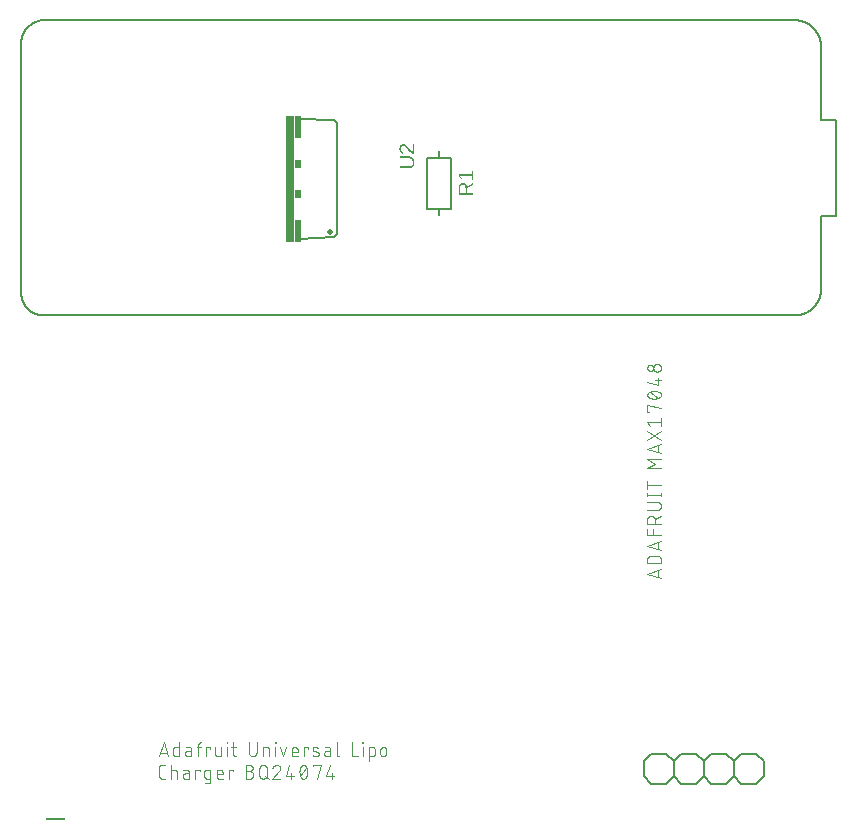
<source format=gbr>
G04 EAGLE Gerber RS-274X export*
G75*
%MOMM*%
%FSLAX34Y34*%
%LPD*%
%INSilkscreen Top*%
%IPPOS*%
%AMOC8*
5,1,8,0,0,1.08239X$1,22.5*%
G01*
G04 Define Apertures*
%ADD10C,0.000000*%
%ADD11C,0.152400*%
%ADD12C,0.508000*%
%ADD13R,0.762000X10.668000*%
%ADD14R,0.508000X1.905000*%
%ADD15R,0.508000X0.762000*%
%ADD16C,0.127000*%
%ADD17C,0.101600*%
G36*
X362000Y527029D02*
X349659Y527029D01*
X349659Y532836D01*
X349674Y533342D01*
X349718Y533819D01*
X349790Y534266D01*
X349892Y534683D01*
X350024Y535070D01*
X350184Y535428D01*
X350373Y535756D01*
X350592Y536055D01*
X350837Y536320D01*
X351104Y536551D01*
X351394Y536746D01*
X351708Y536905D01*
X352044Y537029D01*
X352403Y537118D01*
X352784Y537171D01*
X353189Y537189D01*
X353526Y537176D01*
X353849Y537139D01*
X354159Y537076D01*
X354455Y536988D01*
X354737Y536876D01*
X355005Y536738D01*
X355260Y536575D01*
X355501Y536387D01*
X355725Y536177D01*
X355927Y535949D01*
X356107Y535701D01*
X356173Y535590D01*
X356265Y535434D01*
X356402Y535148D01*
X356518Y534843D01*
X356611Y534519D01*
X356684Y534176D01*
X358947Y535667D01*
X362000Y537679D01*
X362000Y535752D01*
X356876Y532547D01*
X356876Y528702D01*
X362000Y528702D01*
X362000Y527029D01*
G37*
%LPC*%
G36*
X355554Y528702D02*
X355554Y532739D01*
X355544Y533061D01*
X355515Y533363D01*
X355467Y533647D01*
X355399Y533912D01*
X355313Y534158D01*
X355206Y534386D01*
X355081Y534595D01*
X354936Y534785D01*
X354774Y534954D01*
X354597Y535101D01*
X354404Y535225D01*
X354195Y535326D01*
X353971Y535406D01*
X353732Y535462D01*
X353477Y535496D01*
X353206Y535507D01*
X352945Y535496D01*
X352700Y535461D01*
X352471Y535404D01*
X352257Y535324D01*
X352060Y535221D01*
X351879Y535096D01*
X351713Y534947D01*
X351564Y534776D01*
X351432Y534583D01*
X351317Y534370D01*
X351220Y534137D01*
X351141Y533883D01*
X351079Y533610D01*
X351035Y533317D01*
X351008Y533003D01*
X350999Y532669D01*
X350999Y528702D01*
X355554Y528702D01*
G37*
%LPD*%
G36*
X362000Y539861D02*
X360660Y539861D01*
X360660Y543006D01*
X351166Y543006D01*
X353154Y540220D01*
X351665Y540220D01*
X349659Y543137D01*
X349659Y544591D01*
X360660Y544591D01*
X360660Y547595D01*
X362000Y547595D01*
X362000Y539861D01*
G37*
G36*
X307632Y549393D02*
X299775Y549393D01*
X299775Y551066D01*
X307492Y551066D01*
X307901Y551079D01*
X308286Y551119D01*
X308645Y551186D01*
X308978Y551280D01*
X309286Y551401D01*
X309569Y551548D01*
X309826Y551723D01*
X310058Y551924D01*
X310263Y552150D01*
X310441Y552401D01*
X310591Y552675D01*
X310715Y552973D01*
X310810Y553294D01*
X310879Y553640D01*
X310920Y554009D01*
X310934Y554403D01*
X310919Y554807D01*
X310877Y555188D01*
X310806Y555547D01*
X310707Y555882D01*
X310580Y556194D01*
X310424Y556482D01*
X310240Y556748D01*
X310027Y556991D01*
X309787Y557207D01*
X309522Y557395D01*
X309230Y557554D01*
X308911Y557684D01*
X308567Y557785D01*
X308197Y557857D01*
X307800Y557900D01*
X307378Y557915D01*
X299775Y557915D01*
X299775Y559579D01*
X307474Y559579D01*
X307842Y559569D01*
X308197Y559539D01*
X308539Y559490D01*
X308869Y559420D01*
X309185Y559331D01*
X309489Y559222D01*
X309780Y559093D01*
X310058Y558944D01*
X310321Y558777D01*
X310569Y558594D01*
X310800Y558394D01*
X311016Y558177D01*
X311215Y557945D01*
X311399Y557696D01*
X311566Y557430D01*
X311718Y557148D01*
X311852Y556852D01*
X311969Y556542D01*
X312067Y556219D01*
X312148Y555884D01*
X312210Y555535D01*
X312255Y555174D01*
X312282Y554799D01*
X312291Y554411D01*
X312283Y554039D01*
X312257Y553678D01*
X312214Y553329D01*
X312153Y552992D01*
X312076Y552668D01*
X311981Y552355D01*
X311869Y552055D01*
X311739Y551766D01*
X311594Y551492D01*
X311432Y551233D01*
X311255Y550990D01*
X311063Y550763D01*
X310855Y550552D01*
X310631Y550357D01*
X310392Y550178D01*
X310137Y550015D01*
X309868Y549869D01*
X309586Y549742D01*
X309292Y549636D01*
X308985Y549548D01*
X308665Y549480D01*
X308333Y549432D01*
X307989Y549402D01*
X307632Y549393D01*
G37*
G36*
X312116Y561848D02*
X311004Y561848D01*
X310506Y562084D01*
X310039Y562344D01*
X309602Y562629D01*
X309195Y562939D01*
X308812Y563265D01*
X308448Y563599D01*
X308103Y563941D01*
X307776Y564292D01*
X307164Y564998D01*
X306598Y565698D01*
X306055Y566360D01*
X305512Y566955D01*
X305237Y567222D01*
X304956Y567462D01*
X304668Y567675D01*
X304373Y567861D01*
X304066Y568013D01*
X303738Y568121D01*
X303391Y568186D01*
X303025Y568207D01*
X302778Y568198D01*
X302545Y568170D01*
X302327Y568123D01*
X302123Y568058D01*
X301933Y567974D01*
X301757Y567872D01*
X301595Y567751D01*
X301448Y567612D01*
X301317Y567455D01*
X301203Y567285D01*
X301107Y567100D01*
X301028Y566900D01*
X300966Y566686D01*
X300923Y566457D01*
X300896Y566214D01*
X300888Y565956D01*
X300896Y565710D01*
X300922Y565475D01*
X300965Y565251D01*
X301024Y565038D01*
X301101Y564836D01*
X301195Y564645D01*
X301307Y564465D01*
X301435Y564296D01*
X301579Y564142D01*
X301736Y564004D01*
X301908Y563883D01*
X302093Y563779D01*
X302292Y563691D01*
X302505Y563621D01*
X302732Y563567D01*
X302972Y563530D01*
X302823Y561919D01*
X302463Y561976D01*
X302121Y562063D01*
X301798Y562177D01*
X301494Y562320D01*
X301209Y562492D01*
X300943Y562691D01*
X300696Y562919D01*
X300467Y563175D01*
X300262Y563455D01*
X300084Y563755D01*
X299933Y564073D01*
X299810Y564411D01*
X299714Y564769D01*
X299646Y565145D01*
X299605Y565541D01*
X299591Y565956D01*
X299605Y566409D01*
X299646Y566835D01*
X299715Y567234D01*
X299811Y567606D01*
X299935Y567951D01*
X300086Y568269D01*
X300265Y568560D01*
X300472Y568825D01*
X300703Y569060D01*
X300958Y569263D01*
X301236Y569436D01*
X301537Y569577D01*
X301861Y569686D01*
X302208Y569765D01*
X302579Y569812D01*
X302972Y569827D01*
X303331Y569807D01*
X303688Y569745D01*
X304044Y569643D01*
X304400Y569499D01*
X304754Y569315D01*
X305109Y569091D01*
X305464Y568827D01*
X305819Y568522D01*
X306222Y568124D01*
X306723Y567579D01*
X307321Y566885D01*
X308017Y566044D01*
X308419Y565566D01*
X308800Y565139D01*
X309161Y564764D01*
X309502Y564441D01*
X309829Y564164D01*
X310151Y563929D01*
X310466Y563735D01*
X310776Y563583D01*
X310776Y570020D01*
X312116Y570020D01*
X312116Y561848D01*
G37*
D10*
X0Y-1326D02*
X226Y-706D01*
X398Y-762D02*
X398Y-1129D01*
X399Y-1129D02*
X401Y-1151D01*
X406Y-1173D01*
X414Y-1193D01*
X426Y-1212D01*
X440Y-1229D01*
X457Y-1243D01*
X476Y-1255D01*
X496Y-1263D01*
X518Y-1268D01*
X540Y-1270D01*
X562Y-1268D01*
X584Y-1263D01*
X604Y-1255D01*
X623Y-1243D01*
X640Y-1229D01*
X654Y-1212D01*
X666Y-1193D01*
X674Y-1173D01*
X679Y-1151D01*
X681Y-1129D01*
X681Y-762D01*
X911Y-1072D02*
X1052Y-1129D01*
X911Y-1073D02*
X896Y-1065D01*
X883Y-1054D01*
X874Y-1040D01*
X868Y-1024D01*
X865Y-1007D01*
X866Y-991D01*
X872Y-975D01*
X880Y-960D01*
X892Y-948D01*
X906Y-939D01*
X922Y-934D01*
X939Y-932D01*
X972Y-934D01*
X1004Y-940D01*
X1036Y-948D01*
X1066Y-960D01*
X1052Y-1129D02*
X1067Y-1137D01*
X1080Y-1148D01*
X1089Y-1162D01*
X1095Y-1178D01*
X1098Y-1195D01*
X1097Y-1211D01*
X1091Y-1227D01*
X1083Y-1242D01*
X1071Y-1254D01*
X1057Y-1263D01*
X1041Y-1268D01*
X1024Y-1270D01*
X985Y-1268D01*
X945Y-1262D01*
X907Y-1254D01*
X869Y-1242D01*
X1350Y-1270D02*
X1491Y-1270D01*
X1350Y-1270D02*
X1333Y-1268D01*
X1317Y-1264D01*
X1303Y-1256D01*
X1290Y-1245D01*
X1279Y-1232D01*
X1271Y-1218D01*
X1267Y-1202D01*
X1265Y-1185D01*
X1265Y-1044D01*
X1267Y-1024D01*
X1272Y-1005D01*
X1280Y-987D01*
X1291Y-971D01*
X1305Y-957D01*
X1322Y-946D01*
X1339Y-938D01*
X1358Y-933D01*
X1378Y-931D01*
X1398Y-933D01*
X1417Y-938D01*
X1435Y-946D01*
X1451Y-957D01*
X1465Y-971D01*
X1476Y-988D01*
X1484Y-1005D01*
X1489Y-1024D01*
X1491Y-1044D01*
X1491Y-1101D01*
X1265Y-1101D01*
X1678Y-1270D02*
X1678Y-931D01*
X1847Y-931D01*
X1847Y-988D01*
X2023Y-1072D02*
X2165Y-1129D01*
X2024Y-1073D02*
X2009Y-1065D01*
X1996Y-1054D01*
X1987Y-1040D01*
X1981Y-1024D01*
X1978Y-1007D01*
X1979Y-991D01*
X1985Y-975D01*
X1993Y-960D01*
X2005Y-948D01*
X2019Y-939D01*
X2035Y-934D01*
X2052Y-932D01*
X2051Y-932D02*
X2084Y-934D01*
X2116Y-940D01*
X2148Y-948D01*
X2178Y-960D01*
X2164Y-1129D02*
X2179Y-1137D01*
X2192Y-1148D01*
X2201Y-1162D01*
X2207Y-1178D01*
X2210Y-1195D01*
X2209Y-1211D01*
X2203Y-1227D01*
X2195Y-1242D01*
X2183Y-1254D01*
X2169Y-1263D01*
X2153Y-1268D01*
X2136Y-1270D01*
X2097Y-1268D01*
X2057Y-1262D01*
X2019Y-1254D01*
X1981Y-1242D01*
X2362Y-1326D02*
X2588Y-706D01*
X2785Y-1072D02*
X2926Y-1129D01*
X2786Y-1073D02*
X2771Y-1065D01*
X2758Y-1054D01*
X2749Y-1040D01*
X2743Y-1024D01*
X2740Y-1007D01*
X2741Y-991D01*
X2747Y-975D01*
X2755Y-960D01*
X2767Y-948D01*
X2781Y-939D01*
X2797Y-934D01*
X2814Y-932D01*
X2813Y-932D02*
X2846Y-934D01*
X2878Y-940D01*
X2910Y-948D01*
X2940Y-960D01*
X2926Y-1129D02*
X2941Y-1137D01*
X2954Y-1148D01*
X2963Y-1162D01*
X2969Y-1178D01*
X2972Y-1195D01*
X2971Y-1211D01*
X2965Y-1227D01*
X2957Y-1242D01*
X2945Y-1254D01*
X2931Y-1263D01*
X2915Y-1268D01*
X2898Y-1270D01*
X2859Y-1268D01*
X2819Y-1262D01*
X2781Y-1254D01*
X2743Y-1242D01*
X3237Y-1072D02*
X3364Y-1072D01*
X3237Y-1072D02*
X3219Y-1074D01*
X3201Y-1079D01*
X3185Y-1087D01*
X3170Y-1098D01*
X3158Y-1111D01*
X3148Y-1127D01*
X3142Y-1144D01*
X3138Y-1162D01*
X3138Y-1180D01*
X3142Y-1198D01*
X3148Y-1215D01*
X3158Y-1231D01*
X3170Y-1244D01*
X3185Y-1255D01*
X3201Y-1263D01*
X3219Y-1268D01*
X3237Y-1270D01*
X3364Y-1270D01*
X3364Y-1016D01*
X3362Y-999D01*
X3358Y-983D01*
X3350Y-969D01*
X3339Y-956D01*
X3326Y-945D01*
X3312Y-937D01*
X3296Y-933D01*
X3279Y-931D01*
X3166Y-931D01*
X3516Y-931D02*
X3685Y-931D01*
X3573Y-762D02*
X3573Y-1185D01*
X3572Y-1185D02*
X3574Y-1202D01*
X3578Y-1218D01*
X3586Y-1232D01*
X3597Y-1245D01*
X3610Y-1256D01*
X3624Y-1264D01*
X3640Y-1268D01*
X3657Y-1270D01*
X3685Y-1270D01*
X3857Y-1270D02*
X3857Y-931D01*
X4026Y-931D01*
X4026Y-988D01*
X4166Y-931D02*
X4166Y-1270D01*
X4152Y-790D02*
X4152Y-762D01*
X4181Y-762D01*
X4181Y-790D01*
X4152Y-790D01*
X4441Y-1072D02*
X4568Y-1072D01*
X4441Y-1072D02*
X4423Y-1074D01*
X4405Y-1079D01*
X4389Y-1087D01*
X4374Y-1098D01*
X4362Y-1111D01*
X4352Y-1127D01*
X4346Y-1144D01*
X4342Y-1162D01*
X4342Y-1180D01*
X4346Y-1198D01*
X4352Y-1215D01*
X4362Y-1231D01*
X4374Y-1244D01*
X4389Y-1255D01*
X4405Y-1263D01*
X4423Y-1268D01*
X4441Y-1270D01*
X4568Y-1270D01*
X4568Y-1016D01*
X4566Y-999D01*
X4562Y-983D01*
X4554Y-969D01*
X4543Y-956D01*
X4530Y-945D01*
X4516Y-937D01*
X4500Y-933D01*
X4483Y-931D01*
X4370Y-931D01*
X4774Y-931D02*
X4774Y-1270D01*
X4774Y-931D02*
X5028Y-931D01*
X5045Y-933D01*
X5061Y-937D01*
X5075Y-945D01*
X5088Y-956D01*
X5099Y-969D01*
X5107Y-983D01*
X5111Y-999D01*
X5113Y-1016D01*
X5113Y-1270D01*
X4944Y-1270D02*
X4944Y-931D01*
X5309Y-931D02*
X5309Y-1270D01*
X5295Y-790D02*
X5295Y-762D01*
X5323Y-762D01*
X5323Y-790D01*
X5295Y-790D01*
X5451Y-931D02*
X5621Y-931D01*
X5508Y-762D02*
X5508Y-1185D01*
X5510Y-1202D01*
X5514Y-1218D01*
X5522Y-1232D01*
X5533Y-1245D01*
X5546Y-1256D01*
X5560Y-1264D01*
X5576Y-1268D01*
X5593Y-1270D01*
X5621Y-1270D01*
X5792Y-1270D02*
X5792Y-931D01*
X5961Y-931D01*
X5961Y-988D01*
X6193Y-1072D02*
X6320Y-1072D01*
X6193Y-1072D02*
X6175Y-1074D01*
X6157Y-1079D01*
X6141Y-1087D01*
X6126Y-1098D01*
X6114Y-1111D01*
X6104Y-1127D01*
X6098Y-1144D01*
X6094Y-1162D01*
X6094Y-1180D01*
X6098Y-1198D01*
X6104Y-1215D01*
X6114Y-1231D01*
X6126Y-1244D01*
X6141Y-1255D01*
X6157Y-1263D01*
X6175Y-1268D01*
X6193Y-1270D01*
X6320Y-1270D01*
X6320Y-1016D01*
X6318Y-999D01*
X6314Y-983D01*
X6306Y-969D01*
X6295Y-956D01*
X6282Y-945D01*
X6268Y-937D01*
X6252Y-933D01*
X6235Y-931D01*
X6236Y-931D02*
X6123Y-931D01*
X6522Y-931D02*
X6522Y-1185D01*
X6524Y-1202D01*
X6528Y-1218D01*
X6536Y-1232D01*
X6547Y-1245D01*
X6560Y-1256D01*
X6574Y-1264D01*
X6590Y-1268D01*
X6607Y-1270D01*
X6748Y-1270D01*
X6748Y-931D01*
X6899Y-931D02*
X7068Y-931D01*
X6956Y-762D02*
X6956Y-1185D01*
X6955Y-1185D02*
X6957Y-1202D01*
X6961Y-1218D01*
X6969Y-1232D01*
X6980Y-1245D01*
X6993Y-1256D01*
X7007Y-1264D01*
X7023Y-1268D01*
X7040Y-1270D01*
X7068Y-1270D01*
X7321Y-1072D02*
X7448Y-1072D01*
X7321Y-1072D02*
X7303Y-1074D01*
X7285Y-1079D01*
X7269Y-1087D01*
X7254Y-1098D01*
X7242Y-1111D01*
X7232Y-1127D01*
X7226Y-1144D01*
X7222Y-1162D01*
X7222Y-1180D01*
X7226Y-1198D01*
X7232Y-1215D01*
X7242Y-1231D01*
X7254Y-1244D01*
X7269Y-1255D01*
X7285Y-1263D01*
X7303Y-1268D01*
X7321Y-1270D01*
X7448Y-1270D01*
X7448Y-1016D01*
X7446Y-999D01*
X7442Y-983D01*
X7434Y-969D01*
X7423Y-956D01*
X7410Y-945D01*
X7396Y-937D01*
X7380Y-933D01*
X7363Y-931D01*
X7250Y-931D01*
X7654Y-931D02*
X7654Y-1270D01*
X7654Y-931D02*
X7908Y-931D01*
X7925Y-933D01*
X7941Y-937D01*
X7955Y-945D01*
X7968Y-956D01*
X7979Y-969D01*
X7987Y-983D01*
X7991Y-999D01*
X7993Y-1016D01*
X7993Y-1270D01*
X7824Y-1270D02*
X7824Y-931D01*
X8281Y-1072D02*
X8408Y-1072D01*
X8281Y-1072D02*
X8263Y-1074D01*
X8245Y-1079D01*
X8229Y-1087D01*
X8214Y-1098D01*
X8202Y-1111D01*
X8192Y-1127D01*
X8186Y-1144D01*
X8182Y-1162D01*
X8182Y-1180D01*
X8186Y-1198D01*
X8192Y-1215D01*
X8202Y-1231D01*
X8214Y-1244D01*
X8229Y-1255D01*
X8245Y-1263D01*
X8263Y-1268D01*
X8281Y-1270D01*
X8408Y-1270D01*
X8408Y-1016D01*
X8406Y-999D01*
X8402Y-983D01*
X8394Y-969D01*
X8383Y-956D01*
X8370Y-945D01*
X8356Y-937D01*
X8340Y-933D01*
X8323Y-931D01*
X8210Y-931D01*
X8580Y-1326D02*
X8805Y-706D01*
X8978Y-762D02*
X8978Y-1270D01*
X8978Y-762D02*
X9119Y-762D01*
X9141Y-764D01*
X9163Y-769D01*
X9183Y-777D01*
X9202Y-789D01*
X9219Y-803D01*
X9233Y-820D01*
X9245Y-839D01*
X9253Y-859D01*
X9258Y-881D01*
X9260Y-903D01*
X9260Y-1129D01*
X9258Y-1151D01*
X9253Y-1173D01*
X9245Y-1193D01*
X9233Y-1212D01*
X9219Y-1229D01*
X9202Y-1243D01*
X9183Y-1255D01*
X9163Y-1263D01*
X9141Y-1268D01*
X9119Y-1270D01*
X8978Y-1270D01*
X9448Y-1157D02*
X9448Y-1044D01*
X9450Y-1024D01*
X9455Y-1005D01*
X9463Y-987D01*
X9474Y-971D01*
X9488Y-957D01*
X9505Y-946D01*
X9522Y-938D01*
X9541Y-933D01*
X9561Y-931D01*
X9581Y-933D01*
X9600Y-938D01*
X9618Y-946D01*
X9634Y-957D01*
X9648Y-971D01*
X9659Y-988D01*
X9667Y-1005D01*
X9672Y-1024D01*
X9674Y-1044D01*
X9674Y-1157D01*
X9672Y-1177D01*
X9667Y-1196D01*
X9659Y-1214D01*
X9648Y-1230D01*
X9634Y-1244D01*
X9618Y-1255D01*
X9600Y-1263D01*
X9581Y-1268D01*
X9561Y-1270D01*
X9541Y-1268D01*
X9522Y-1263D01*
X9505Y-1255D01*
X9488Y-1244D01*
X9474Y-1230D01*
X9463Y-1214D01*
X9455Y-1196D01*
X9450Y-1177D01*
X9448Y-1157D01*
X9834Y-931D02*
X9918Y-1270D01*
X10003Y-1044D01*
X10088Y-1270D01*
X10172Y-931D01*
X10347Y-931D02*
X10347Y-1270D01*
X10347Y-931D02*
X10488Y-931D01*
X10505Y-933D01*
X10521Y-937D01*
X10535Y-945D01*
X10548Y-956D01*
X10559Y-969D01*
X10567Y-983D01*
X10571Y-999D01*
X10573Y-1016D01*
X10573Y-1270D01*
X10769Y-1185D02*
X10769Y-762D01*
X10769Y-1185D02*
X10771Y-1202D01*
X10775Y-1218D01*
X10783Y-1232D01*
X10794Y-1245D01*
X10807Y-1256D01*
X10821Y-1264D01*
X10837Y-1268D01*
X10854Y-1270D01*
X11003Y-1157D02*
X11003Y-1044D01*
X11005Y-1024D01*
X11010Y-1005D01*
X11018Y-987D01*
X11029Y-971D01*
X11043Y-957D01*
X11060Y-946D01*
X11077Y-938D01*
X11096Y-933D01*
X11116Y-931D01*
X11136Y-933D01*
X11155Y-938D01*
X11173Y-946D01*
X11189Y-957D01*
X11203Y-971D01*
X11214Y-988D01*
X11222Y-1005D01*
X11227Y-1024D01*
X11229Y-1044D01*
X11228Y-1044D02*
X11228Y-1157D01*
X11229Y-1157D02*
X11227Y-1177D01*
X11222Y-1196D01*
X11214Y-1214D01*
X11203Y-1230D01*
X11189Y-1244D01*
X11173Y-1255D01*
X11155Y-1263D01*
X11136Y-1268D01*
X11116Y-1270D01*
X11096Y-1268D01*
X11077Y-1263D01*
X11060Y-1255D01*
X11043Y-1244D01*
X11029Y-1230D01*
X11018Y-1214D01*
X11010Y-1196D01*
X11005Y-1177D01*
X11003Y-1157D01*
X11496Y-1072D02*
X11623Y-1072D01*
X11496Y-1072D02*
X11478Y-1074D01*
X11460Y-1079D01*
X11444Y-1087D01*
X11429Y-1098D01*
X11417Y-1111D01*
X11407Y-1127D01*
X11401Y-1144D01*
X11397Y-1162D01*
X11397Y-1180D01*
X11401Y-1198D01*
X11407Y-1215D01*
X11417Y-1231D01*
X11429Y-1244D01*
X11444Y-1255D01*
X11460Y-1263D01*
X11478Y-1268D01*
X11496Y-1270D01*
X11623Y-1270D01*
X11623Y-1016D01*
X11624Y-1016D02*
X11622Y-999D01*
X11618Y-983D01*
X11610Y-969D01*
X11599Y-956D01*
X11586Y-945D01*
X11572Y-937D01*
X11556Y-933D01*
X11539Y-931D01*
X11426Y-931D01*
X12035Y-762D02*
X12035Y-1270D01*
X11894Y-1270D01*
X11877Y-1268D01*
X11861Y-1264D01*
X11847Y-1256D01*
X11834Y-1245D01*
X11823Y-1232D01*
X11815Y-1218D01*
X11811Y-1202D01*
X11809Y-1185D01*
X11809Y-1016D01*
X11811Y-999D01*
X11815Y-983D01*
X11823Y-969D01*
X11834Y-956D01*
X11847Y-945D01*
X11861Y-937D01*
X11877Y-933D01*
X11894Y-931D01*
X12035Y-931D01*
X12264Y-1072D02*
X12405Y-1129D01*
X12264Y-1073D02*
X12249Y-1065D01*
X12236Y-1054D01*
X12227Y-1040D01*
X12221Y-1024D01*
X12218Y-1007D01*
X12219Y-991D01*
X12225Y-975D01*
X12233Y-960D01*
X12245Y-948D01*
X12259Y-939D01*
X12275Y-934D01*
X12292Y-932D01*
X12325Y-934D01*
X12357Y-940D01*
X12389Y-948D01*
X12419Y-960D01*
X12405Y-1129D02*
X12420Y-1137D01*
X12433Y-1148D01*
X12442Y-1162D01*
X12448Y-1178D01*
X12451Y-1195D01*
X12450Y-1211D01*
X12444Y-1227D01*
X12436Y-1242D01*
X12424Y-1254D01*
X12410Y-1263D01*
X12394Y-1268D01*
X12377Y-1270D01*
X12338Y-1268D01*
X12298Y-1262D01*
X12260Y-1254D01*
X12222Y-1242D01*
X12603Y-1326D02*
X12829Y-706D01*
X13069Y-1270D02*
X13182Y-1270D01*
X13069Y-1270D02*
X13052Y-1268D01*
X13036Y-1264D01*
X13022Y-1256D01*
X13009Y-1245D01*
X12998Y-1232D01*
X12990Y-1218D01*
X12986Y-1202D01*
X12984Y-1185D01*
X12984Y-1016D01*
X12986Y-999D01*
X12990Y-983D01*
X12998Y-969D01*
X13009Y-956D01*
X13022Y-945D01*
X13036Y-937D01*
X13052Y-933D01*
X13069Y-931D01*
X13182Y-931D01*
X13432Y-1072D02*
X13559Y-1072D01*
X13432Y-1072D02*
X13414Y-1074D01*
X13396Y-1079D01*
X13380Y-1087D01*
X13365Y-1098D01*
X13353Y-1111D01*
X13343Y-1127D01*
X13337Y-1144D01*
X13333Y-1162D01*
X13333Y-1180D01*
X13337Y-1198D01*
X13343Y-1215D01*
X13353Y-1231D01*
X13365Y-1244D01*
X13380Y-1255D01*
X13396Y-1263D01*
X13414Y-1268D01*
X13432Y-1270D01*
X13559Y-1270D01*
X13559Y-1016D01*
X13557Y-999D01*
X13553Y-983D01*
X13545Y-969D01*
X13534Y-956D01*
X13521Y-945D01*
X13507Y-937D01*
X13491Y-933D01*
X13474Y-931D01*
X13361Y-931D01*
X13788Y-1072D02*
X13929Y-1129D01*
X13788Y-1073D02*
X13773Y-1065D01*
X13760Y-1054D01*
X13751Y-1040D01*
X13745Y-1024D01*
X13742Y-1007D01*
X13743Y-991D01*
X13749Y-975D01*
X13757Y-960D01*
X13769Y-948D01*
X13783Y-939D01*
X13799Y-934D01*
X13816Y-932D01*
X13849Y-934D01*
X13881Y-940D01*
X13913Y-948D01*
X13943Y-960D01*
X13929Y-1129D02*
X13944Y-1137D01*
X13957Y-1148D01*
X13966Y-1162D01*
X13972Y-1178D01*
X13975Y-1195D01*
X13974Y-1211D01*
X13968Y-1227D01*
X13960Y-1242D01*
X13948Y-1254D01*
X13934Y-1263D01*
X13918Y-1268D01*
X13901Y-1270D01*
X13862Y-1268D01*
X13822Y-1262D01*
X13784Y-1254D01*
X13746Y-1242D01*
X14239Y-1072D02*
X14366Y-1072D01*
X14239Y-1072D02*
X14221Y-1074D01*
X14203Y-1079D01*
X14187Y-1087D01*
X14172Y-1098D01*
X14160Y-1111D01*
X14150Y-1127D01*
X14144Y-1144D01*
X14140Y-1162D01*
X14140Y-1180D01*
X14144Y-1198D01*
X14150Y-1215D01*
X14160Y-1231D01*
X14172Y-1244D01*
X14187Y-1255D01*
X14203Y-1263D01*
X14221Y-1268D01*
X14239Y-1270D01*
X14366Y-1270D01*
X14366Y-1016D01*
X14367Y-1016D02*
X14365Y-999D01*
X14361Y-983D01*
X14353Y-969D01*
X14342Y-956D01*
X14329Y-945D01*
X14315Y-937D01*
X14299Y-933D01*
X14282Y-931D01*
X14169Y-931D01*
X14545Y-1242D02*
X14545Y-1270D01*
X14545Y-1242D02*
X14574Y-1242D01*
X14574Y-1270D01*
X14545Y-1270D01*
X14753Y-1270D02*
X14753Y-762D01*
X14753Y-1270D02*
X14894Y-1270D01*
X14911Y-1268D01*
X14927Y-1264D01*
X14941Y-1256D01*
X14954Y-1245D01*
X14965Y-1232D01*
X14973Y-1218D01*
X14977Y-1202D01*
X14979Y-1185D01*
X14978Y-1185D02*
X14978Y-1016D01*
X14979Y-1016D02*
X14977Y-999D01*
X14973Y-983D01*
X14965Y-969D01*
X14954Y-956D01*
X14941Y-945D01*
X14927Y-937D01*
X14911Y-933D01*
X14894Y-931D01*
X14753Y-931D01*
X15167Y-931D02*
X15167Y-1270D01*
X15167Y-931D02*
X15421Y-931D01*
X15438Y-933D01*
X15454Y-937D01*
X15468Y-945D01*
X15481Y-956D01*
X15492Y-969D01*
X15500Y-983D01*
X15504Y-999D01*
X15506Y-1016D01*
X15506Y-1270D01*
X15337Y-1270D02*
X15337Y-931D01*
X15713Y-931D02*
X15713Y-1439D01*
X15713Y-931D02*
X15854Y-931D01*
X15871Y-933D01*
X15887Y-937D01*
X15901Y-945D01*
X15914Y-956D01*
X15925Y-969D01*
X15933Y-983D01*
X15937Y-999D01*
X15939Y-1016D01*
X15938Y-1016D02*
X15938Y-1185D01*
X15939Y-1185D02*
X15937Y-1202D01*
X15933Y-1218D01*
X15925Y-1232D01*
X15914Y-1245D01*
X15901Y-1256D01*
X15887Y-1264D01*
X15871Y-1268D01*
X15854Y-1270D01*
X15713Y-1270D01*
D11*
X557378Y47512D02*
X563728Y53862D01*
X576428Y53862D01*
X582778Y47512D01*
X582778Y34812D01*
X576428Y28462D01*
X563728Y28462D01*
X557378Y34812D01*
X525628Y53862D02*
X512928Y53862D01*
X525628Y53862D02*
X531978Y47512D01*
X531978Y34812D01*
X525628Y28462D01*
X531978Y47512D02*
X538328Y53862D01*
X551028Y53862D01*
X557378Y47512D01*
X557378Y34812D01*
X551028Y28462D01*
X538328Y28462D01*
X531978Y34812D01*
X506578Y34812D02*
X506578Y47512D01*
X512928Y53862D01*
X506578Y34812D02*
X512928Y28462D01*
X525628Y28462D01*
X589128Y53862D02*
X601828Y53862D01*
X608178Y47512D01*
X608178Y34812D01*
X601828Y28462D01*
X582778Y47512D02*
X589128Y53862D01*
X582778Y34812D02*
X589128Y28462D01*
X601828Y28462D01*
X246480Y587590D02*
X243940Y590130D01*
X246480Y587590D02*
X246480Y493610D01*
X243940Y491070D01*
X243940Y590130D02*
X214730Y591400D01*
X214730Y489800D02*
X243940Y491070D01*
D12*
X240384Y495642D03*
D13*
X207110Y540600D03*
D14*
X213460Y496785D03*
D15*
X213460Y527900D03*
X213460Y553300D03*
D14*
X213460Y584415D03*
D16*
X322650Y558622D02*
X342950Y558622D01*
X322650Y558622D02*
X322650Y515422D01*
X342950Y515422D01*
X342950Y558622D01*
X332800Y558622D02*
X332800Y564382D01*
X332800Y515422D02*
X332800Y509662D01*
D17*
X99947Y63394D02*
X96052Y51710D01*
X103842Y51710D02*
X99947Y63394D01*
X102868Y54631D02*
X97026Y54631D01*
X113152Y51710D02*
X113152Y63394D01*
X113152Y51710D02*
X109907Y51710D01*
X109820Y51712D01*
X109732Y51718D01*
X109646Y51728D01*
X109559Y51741D01*
X109474Y51759D01*
X109389Y51780D01*
X109305Y51805D01*
X109223Y51834D01*
X109142Y51867D01*
X109062Y51903D01*
X108984Y51942D01*
X108908Y51986D01*
X108834Y52032D01*
X108763Y52082D01*
X108693Y52135D01*
X108626Y52191D01*
X108562Y52250D01*
X108500Y52312D01*
X108441Y52376D01*
X108385Y52443D01*
X108332Y52513D01*
X108282Y52584D01*
X108236Y52658D01*
X108192Y52734D01*
X108153Y52812D01*
X108117Y52892D01*
X108084Y52973D01*
X108055Y53055D01*
X108030Y53139D01*
X108009Y53224D01*
X107991Y53309D01*
X107978Y53396D01*
X107968Y53482D01*
X107962Y53570D01*
X107960Y53657D01*
X107960Y57552D01*
X107962Y57639D01*
X107968Y57727D01*
X107978Y57813D01*
X107991Y57900D01*
X108009Y57985D01*
X108030Y58070D01*
X108055Y58154D01*
X108084Y58236D01*
X108117Y58317D01*
X108153Y58397D01*
X108192Y58475D01*
X108236Y58551D01*
X108282Y58625D01*
X108332Y58696D01*
X108385Y58766D01*
X108441Y58833D01*
X108500Y58897D01*
X108562Y58959D01*
X108626Y59018D01*
X108693Y59074D01*
X108763Y59127D01*
X108834Y59177D01*
X108908Y59223D01*
X108984Y59267D01*
X109062Y59306D01*
X109142Y59342D01*
X109223Y59375D01*
X109305Y59404D01*
X109389Y59429D01*
X109474Y59450D01*
X109559Y59468D01*
X109646Y59481D01*
X109732Y59491D01*
X109820Y59497D01*
X109907Y59499D01*
X113152Y59499D01*
X120518Y56254D02*
X123439Y56254D01*
X120518Y56254D02*
X120424Y56252D01*
X120330Y56246D01*
X120237Y56237D01*
X120144Y56223D01*
X120052Y56206D01*
X119960Y56184D01*
X119870Y56160D01*
X119780Y56131D01*
X119692Y56099D01*
X119605Y56063D01*
X119520Y56023D01*
X119437Y55980D01*
X119355Y55934D01*
X119275Y55884D01*
X119198Y55831D01*
X119123Y55775D01*
X119050Y55716D01*
X118979Y55654D01*
X118911Y55589D01*
X118846Y55521D01*
X118784Y55450D01*
X118725Y55377D01*
X118669Y55302D01*
X118616Y55225D01*
X118566Y55145D01*
X118520Y55063D01*
X118477Y54980D01*
X118437Y54895D01*
X118401Y54808D01*
X118369Y54720D01*
X118340Y54630D01*
X118316Y54540D01*
X118294Y54448D01*
X118277Y54356D01*
X118263Y54263D01*
X118254Y54170D01*
X118248Y54076D01*
X118246Y53982D01*
X118248Y53888D01*
X118254Y53794D01*
X118263Y53701D01*
X118277Y53608D01*
X118294Y53516D01*
X118316Y53424D01*
X118340Y53334D01*
X118369Y53244D01*
X118401Y53156D01*
X118437Y53069D01*
X118477Y52984D01*
X118520Y52901D01*
X118566Y52819D01*
X118616Y52739D01*
X118669Y52662D01*
X118725Y52587D01*
X118784Y52514D01*
X118846Y52443D01*
X118911Y52375D01*
X118979Y52310D01*
X119050Y52248D01*
X119123Y52189D01*
X119198Y52133D01*
X119275Y52080D01*
X119355Y52030D01*
X119437Y51984D01*
X119520Y51941D01*
X119605Y51901D01*
X119692Y51865D01*
X119780Y51833D01*
X119870Y51804D01*
X119960Y51780D01*
X120052Y51758D01*
X120144Y51741D01*
X120237Y51727D01*
X120330Y51718D01*
X120424Y51712D01*
X120518Y51710D01*
X123439Y51710D01*
X123439Y57552D01*
X123437Y57639D01*
X123431Y57727D01*
X123421Y57813D01*
X123408Y57900D01*
X123390Y57985D01*
X123369Y58070D01*
X123344Y58154D01*
X123315Y58236D01*
X123282Y58317D01*
X123246Y58397D01*
X123207Y58475D01*
X123163Y58551D01*
X123117Y58625D01*
X123067Y58696D01*
X123014Y58766D01*
X122958Y58833D01*
X122899Y58897D01*
X122837Y58959D01*
X122773Y59018D01*
X122706Y59074D01*
X122636Y59127D01*
X122565Y59177D01*
X122491Y59223D01*
X122415Y59267D01*
X122337Y59306D01*
X122257Y59342D01*
X122176Y59375D01*
X122094Y59404D01*
X122010Y59429D01*
X121925Y59450D01*
X121840Y59468D01*
X121753Y59481D01*
X121667Y59491D01*
X121579Y59497D01*
X121492Y59499D01*
X118896Y59499D01*
X129219Y61447D02*
X129219Y51710D01*
X129219Y61447D02*
X129221Y61534D01*
X129227Y61622D01*
X129237Y61708D01*
X129250Y61795D01*
X129268Y61880D01*
X129289Y61965D01*
X129314Y62049D01*
X129343Y62131D01*
X129376Y62212D01*
X129412Y62292D01*
X129451Y62370D01*
X129495Y62446D01*
X129541Y62520D01*
X129591Y62591D01*
X129644Y62661D01*
X129700Y62728D01*
X129759Y62792D01*
X129820Y62854D01*
X129885Y62913D01*
X129952Y62969D01*
X130022Y63022D01*
X130093Y63072D01*
X130167Y63118D01*
X130243Y63162D01*
X130321Y63201D01*
X130401Y63237D01*
X130482Y63270D01*
X130564Y63299D01*
X130648Y63324D01*
X130733Y63345D01*
X130818Y63363D01*
X130905Y63376D01*
X130991Y63386D01*
X131079Y63392D01*
X131166Y63394D01*
X131815Y63394D01*
X131815Y59499D02*
X127921Y59499D01*
X135517Y59499D02*
X135517Y51710D01*
X135517Y59499D02*
X139411Y59499D01*
X139411Y58201D01*
X143451Y59499D02*
X143451Y53657D01*
X143452Y53657D02*
X143454Y53570D01*
X143460Y53482D01*
X143470Y53396D01*
X143483Y53309D01*
X143501Y53224D01*
X143522Y53139D01*
X143547Y53055D01*
X143576Y52973D01*
X143609Y52892D01*
X143645Y52812D01*
X143684Y52734D01*
X143728Y52658D01*
X143774Y52584D01*
X143824Y52513D01*
X143877Y52443D01*
X143933Y52376D01*
X143992Y52312D01*
X144054Y52250D01*
X144118Y52191D01*
X144185Y52135D01*
X144255Y52082D01*
X144326Y52032D01*
X144400Y51986D01*
X144476Y51942D01*
X144554Y51903D01*
X144634Y51867D01*
X144715Y51834D01*
X144797Y51805D01*
X144881Y51780D01*
X144966Y51759D01*
X145051Y51741D01*
X145138Y51728D01*
X145224Y51718D01*
X145312Y51712D01*
X145399Y51710D01*
X148644Y51710D01*
X148644Y59499D01*
X153668Y59499D02*
X153668Y51710D01*
X153343Y62745D02*
X153343Y63394D01*
X153992Y63394D01*
X153992Y62745D01*
X153343Y62745D01*
X157343Y59499D02*
X161238Y59499D01*
X158641Y63394D02*
X158641Y53657D01*
X158642Y53657D02*
X158644Y53570D01*
X158650Y53482D01*
X158660Y53396D01*
X158673Y53309D01*
X158691Y53224D01*
X158712Y53139D01*
X158737Y53055D01*
X158766Y52973D01*
X158799Y52892D01*
X158835Y52812D01*
X158874Y52734D01*
X158918Y52658D01*
X158964Y52584D01*
X159014Y52513D01*
X159067Y52443D01*
X159123Y52376D01*
X159182Y52312D01*
X159244Y52250D01*
X159308Y52191D01*
X159375Y52135D01*
X159445Y52082D01*
X159516Y52032D01*
X159590Y51986D01*
X159666Y51942D01*
X159744Y51903D01*
X159824Y51867D01*
X159905Y51834D01*
X159987Y51805D01*
X160071Y51780D01*
X160156Y51759D01*
X160241Y51741D01*
X160328Y51728D01*
X160414Y51718D01*
X160502Y51712D01*
X160589Y51710D01*
X161238Y51710D01*
X172139Y54956D02*
X172139Y63394D01*
X172139Y54956D02*
X172141Y54843D01*
X172147Y54730D01*
X172157Y54617D01*
X172171Y54504D01*
X172188Y54392D01*
X172210Y54281D01*
X172235Y54171D01*
X172265Y54061D01*
X172298Y53953D01*
X172335Y53846D01*
X172375Y53740D01*
X172420Y53636D01*
X172468Y53533D01*
X172519Y53432D01*
X172574Y53333D01*
X172632Y53236D01*
X172694Y53141D01*
X172759Y53048D01*
X172827Y52958D01*
X172898Y52870D01*
X172973Y52784D01*
X173050Y52701D01*
X173130Y52621D01*
X173213Y52544D01*
X173299Y52469D01*
X173387Y52398D01*
X173477Y52330D01*
X173570Y52265D01*
X173665Y52203D01*
X173762Y52145D01*
X173861Y52090D01*
X173962Y52039D01*
X174065Y51991D01*
X174169Y51946D01*
X174275Y51906D01*
X174382Y51869D01*
X174490Y51836D01*
X174600Y51806D01*
X174710Y51781D01*
X174821Y51759D01*
X174933Y51742D01*
X175046Y51728D01*
X175159Y51718D01*
X175272Y51712D01*
X175385Y51710D01*
X175498Y51712D01*
X175611Y51718D01*
X175724Y51728D01*
X175837Y51742D01*
X175949Y51759D01*
X176060Y51781D01*
X176170Y51806D01*
X176280Y51836D01*
X176388Y51869D01*
X176495Y51906D01*
X176601Y51946D01*
X176705Y51991D01*
X176808Y52039D01*
X176909Y52090D01*
X177008Y52145D01*
X177105Y52203D01*
X177200Y52265D01*
X177293Y52330D01*
X177383Y52398D01*
X177471Y52469D01*
X177557Y52544D01*
X177640Y52621D01*
X177720Y52701D01*
X177797Y52784D01*
X177872Y52870D01*
X177943Y52958D01*
X178011Y53048D01*
X178076Y53141D01*
X178138Y53236D01*
X178196Y53333D01*
X178251Y53432D01*
X178302Y53533D01*
X178350Y53636D01*
X178395Y53740D01*
X178435Y53846D01*
X178472Y53953D01*
X178505Y54061D01*
X178535Y54171D01*
X178560Y54281D01*
X178582Y54392D01*
X178599Y54504D01*
X178613Y54617D01*
X178623Y54730D01*
X178629Y54843D01*
X178631Y54956D01*
X178630Y54956D02*
X178630Y63394D01*
X184218Y59499D02*
X184218Y51710D01*
X184218Y59499D02*
X187464Y59499D01*
X187551Y59497D01*
X187639Y59491D01*
X187725Y59481D01*
X187812Y59468D01*
X187897Y59450D01*
X187982Y59429D01*
X188066Y59404D01*
X188148Y59375D01*
X188229Y59342D01*
X188309Y59306D01*
X188387Y59267D01*
X188463Y59223D01*
X188537Y59177D01*
X188608Y59127D01*
X188678Y59074D01*
X188745Y59018D01*
X188809Y58959D01*
X188871Y58898D01*
X188930Y58833D01*
X188986Y58766D01*
X189039Y58696D01*
X189089Y58625D01*
X189135Y58551D01*
X189179Y58475D01*
X189218Y58397D01*
X189254Y58317D01*
X189287Y58236D01*
X189316Y58154D01*
X189341Y58070D01*
X189362Y57985D01*
X189380Y57900D01*
X189393Y57813D01*
X189403Y57727D01*
X189409Y57639D01*
X189411Y57552D01*
X189411Y51710D01*
X194435Y51710D02*
X194435Y59499D01*
X194110Y62745D02*
X194110Y63394D01*
X194759Y63394D01*
X194759Y62745D01*
X194110Y62745D01*
X198696Y59499D02*
X201293Y51710D01*
X203889Y59499D01*
X210169Y51710D02*
X213414Y51710D01*
X210169Y51710D02*
X210082Y51712D01*
X209994Y51718D01*
X209908Y51728D01*
X209821Y51741D01*
X209736Y51759D01*
X209651Y51780D01*
X209567Y51805D01*
X209485Y51834D01*
X209404Y51867D01*
X209324Y51903D01*
X209246Y51942D01*
X209170Y51986D01*
X209096Y52032D01*
X209025Y52082D01*
X208955Y52135D01*
X208888Y52191D01*
X208824Y52250D01*
X208762Y52312D01*
X208703Y52376D01*
X208647Y52443D01*
X208594Y52513D01*
X208544Y52584D01*
X208498Y52658D01*
X208454Y52734D01*
X208415Y52812D01*
X208379Y52892D01*
X208346Y52973D01*
X208317Y53055D01*
X208292Y53139D01*
X208271Y53224D01*
X208253Y53309D01*
X208240Y53396D01*
X208230Y53482D01*
X208224Y53570D01*
X208222Y53657D01*
X208221Y53657D02*
X208221Y56903D01*
X208222Y56903D02*
X208224Y57004D01*
X208230Y57104D01*
X208240Y57204D01*
X208253Y57304D01*
X208271Y57403D01*
X208292Y57502D01*
X208317Y57599D01*
X208346Y57696D01*
X208379Y57791D01*
X208415Y57885D01*
X208455Y57977D01*
X208498Y58068D01*
X208545Y58157D01*
X208595Y58244D01*
X208649Y58330D01*
X208706Y58413D01*
X208766Y58493D01*
X208829Y58572D01*
X208896Y58648D01*
X208965Y58721D01*
X209037Y58791D01*
X209111Y58859D01*
X209188Y58924D01*
X209268Y58985D01*
X209350Y59044D01*
X209434Y59099D01*
X209520Y59151D01*
X209608Y59200D01*
X209698Y59245D01*
X209790Y59287D01*
X209883Y59325D01*
X209978Y59359D01*
X210073Y59390D01*
X210170Y59417D01*
X210268Y59440D01*
X210367Y59460D01*
X210467Y59475D01*
X210567Y59487D01*
X210667Y59495D01*
X210768Y59499D01*
X210868Y59499D01*
X210969Y59495D01*
X211069Y59487D01*
X211169Y59475D01*
X211269Y59460D01*
X211368Y59440D01*
X211466Y59417D01*
X211563Y59390D01*
X211658Y59359D01*
X211753Y59325D01*
X211846Y59287D01*
X211938Y59245D01*
X212028Y59200D01*
X212116Y59151D01*
X212202Y59099D01*
X212286Y59044D01*
X212368Y58985D01*
X212448Y58924D01*
X212525Y58859D01*
X212599Y58791D01*
X212671Y58721D01*
X212740Y58648D01*
X212807Y58572D01*
X212870Y58493D01*
X212930Y58413D01*
X212987Y58330D01*
X213041Y58244D01*
X213091Y58157D01*
X213138Y58068D01*
X213181Y57977D01*
X213221Y57885D01*
X213257Y57791D01*
X213290Y57696D01*
X213319Y57599D01*
X213344Y57502D01*
X213365Y57403D01*
X213383Y57304D01*
X213396Y57204D01*
X213406Y57104D01*
X213412Y57004D01*
X213414Y56903D01*
X213414Y55605D01*
X208221Y55605D01*
X218575Y51710D02*
X218575Y59499D01*
X222469Y59499D01*
X222469Y58201D01*
X227102Y56254D02*
X230347Y54956D01*
X227102Y56253D02*
X227027Y56286D01*
X226953Y56322D01*
X226881Y56361D01*
X226811Y56404D01*
X226744Y56450D01*
X226678Y56500D01*
X226616Y56552D01*
X226555Y56608D01*
X226498Y56666D01*
X226443Y56727D01*
X226392Y56791D01*
X226344Y56857D01*
X226299Y56926D01*
X226257Y56996D01*
X226219Y57069D01*
X226184Y57143D01*
X226153Y57219D01*
X226126Y57296D01*
X226103Y57375D01*
X226083Y57454D01*
X226068Y57535D01*
X226056Y57616D01*
X226048Y57698D01*
X226044Y57779D01*
X226045Y57861D01*
X226049Y57943D01*
X226057Y58025D01*
X226069Y58106D01*
X226085Y58186D01*
X226105Y58266D01*
X226129Y58344D01*
X226157Y58421D01*
X226188Y58497D01*
X226223Y58571D01*
X226261Y58643D01*
X226303Y58714D01*
X226349Y58782D01*
X226397Y58848D01*
X226449Y58911D01*
X226504Y58972D01*
X226562Y59030D01*
X226622Y59086D01*
X226685Y59138D01*
X226751Y59187D01*
X226819Y59233D01*
X226889Y59275D01*
X226961Y59315D01*
X227035Y59350D01*
X227110Y59382D01*
X227187Y59410D01*
X227265Y59434D01*
X227345Y59455D01*
X227425Y59472D01*
X227506Y59484D01*
X227587Y59493D01*
X227669Y59498D01*
X227751Y59499D01*
X227928Y59495D01*
X228105Y59486D01*
X228282Y59472D01*
X228459Y59455D01*
X228634Y59433D01*
X228810Y59408D01*
X228984Y59377D01*
X229158Y59343D01*
X229331Y59305D01*
X229503Y59262D01*
X229674Y59215D01*
X229844Y59165D01*
X230013Y59110D01*
X230180Y59051D01*
X230345Y58988D01*
X230510Y58921D01*
X230672Y58850D01*
X230347Y54956D02*
X230422Y54923D01*
X230496Y54887D01*
X230568Y54848D01*
X230638Y54805D01*
X230705Y54759D01*
X230771Y54709D01*
X230833Y54657D01*
X230894Y54601D01*
X230951Y54543D01*
X231006Y54482D01*
X231057Y54418D01*
X231105Y54352D01*
X231150Y54283D01*
X231192Y54213D01*
X231230Y54140D01*
X231265Y54066D01*
X231296Y53990D01*
X231323Y53913D01*
X231346Y53834D01*
X231366Y53755D01*
X231381Y53674D01*
X231393Y53593D01*
X231401Y53511D01*
X231405Y53430D01*
X231404Y53348D01*
X231400Y53266D01*
X231392Y53184D01*
X231380Y53103D01*
X231364Y53023D01*
X231344Y52943D01*
X231320Y52865D01*
X231292Y52788D01*
X231261Y52712D01*
X231226Y52638D01*
X231188Y52566D01*
X231146Y52495D01*
X231100Y52427D01*
X231052Y52361D01*
X231000Y52298D01*
X230945Y52237D01*
X230887Y52179D01*
X230827Y52123D01*
X230764Y52071D01*
X230698Y52022D01*
X230630Y51976D01*
X230560Y51934D01*
X230488Y51894D01*
X230414Y51859D01*
X230339Y51827D01*
X230262Y51799D01*
X230184Y51775D01*
X230104Y51754D01*
X230024Y51737D01*
X229943Y51725D01*
X229862Y51716D01*
X229780Y51711D01*
X229698Y51710D01*
X229699Y51710D02*
X229439Y51717D01*
X229179Y51730D01*
X228919Y51749D01*
X228660Y51774D01*
X228401Y51806D01*
X228144Y51843D01*
X227887Y51887D01*
X227631Y51936D01*
X227377Y51992D01*
X227124Y52053D01*
X226873Y52121D01*
X226623Y52195D01*
X226375Y52274D01*
X226129Y52359D01*
X238247Y56254D02*
X241168Y56254D01*
X238247Y56254D02*
X238153Y56252D01*
X238059Y56246D01*
X237966Y56237D01*
X237873Y56223D01*
X237781Y56206D01*
X237689Y56184D01*
X237599Y56160D01*
X237509Y56131D01*
X237421Y56099D01*
X237334Y56063D01*
X237249Y56023D01*
X237166Y55980D01*
X237084Y55934D01*
X237004Y55884D01*
X236927Y55831D01*
X236852Y55775D01*
X236779Y55716D01*
X236708Y55654D01*
X236640Y55589D01*
X236575Y55521D01*
X236513Y55450D01*
X236454Y55377D01*
X236398Y55302D01*
X236345Y55225D01*
X236295Y55145D01*
X236249Y55063D01*
X236206Y54980D01*
X236166Y54895D01*
X236130Y54808D01*
X236098Y54720D01*
X236069Y54630D01*
X236045Y54540D01*
X236023Y54448D01*
X236006Y54356D01*
X235992Y54263D01*
X235983Y54170D01*
X235977Y54076D01*
X235975Y53982D01*
X235977Y53888D01*
X235983Y53794D01*
X235992Y53701D01*
X236006Y53608D01*
X236023Y53516D01*
X236045Y53424D01*
X236069Y53334D01*
X236098Y53244D01*
X236130Y53156D01*
X236166Y53069D01*
X236206Y52984D01*
X236249Y52901D01*
X236295Y52819D01*
X236345Y52739D01*
X236398Y52662D01*
X236454Y52587D01*
X236513Y52514D01*
X236575Y52443D01*
X236640Y52375D01*
X236708Y52310D01*
X236779Y52248D01*
X236852Y52189D01*
X236927Y52133D01*
X237004Y52080D01*
X237084Y52030D01*
X237166Y51984D01*
X237249Y51941D01*
X237334Y51901D01*
X237421Y51865D01*
X237509Y51833D01*
X237599Y51804D01*
X237689Y51780D01*
X237781Y51758D01*
X237873Y51741D01*
X237966Y51727D01*
X238059Y51718D01*
X238153Y51712D01*
X238247Y51710D01*
X241168Y51710D01*
X241168Y57552D01*
X241166Y57639D01*
X241160Y57727D01*
X241150Y57813D01*
X241137Y57900D01*
X241119Y57985D01*
X241098Y58070D01*
X241073Y58154D01*
X241044Y58236D01*
X241011Y58317D01*
X240975Y58397D01*
X240936Y58475D01*
X240892Y58551D01*
X240846Y58625D01*
X240796Y58696D01*
X240743Y58766D01*
X240687Y58833D01*
X240628Y58897D01*
X240566Y58959D01*
X240502Y59018D01*
X240435Y59074D01*
X240365Y59127D01*
X240294Y59177D01*
X240220Y59223D01*
X240144Y59267D01*
X240066Y59306D01*
X239986Y59342D01*
X239905Y59375D01*
X239823Y59404D01*
X239739Y59429D01*
X239654Y59450D01*
X239569Y59468D01*
X239482Y59481D01*
X239396Y59491D01*
X239308Y59497D01*
X239221Y59499D01*
X236624Y59499D01*
X246471Y63394D02*
X246471Y53657D01*
X246473Y53570D01*
X246479Y53482D01*
X246489Y53396D01*
X246502Y53309D01*
X246520Y53224D01*
X246541Y53139D01*
X246566Y53055D01*
X246595Y52973D01*
X246628Y52892D01*
X246664Y52812D01*
X246703Y52734D01*
X246747Y52658D01*
X246793Y52584D01*
X246843Y52513D01*
X246896Y52443D01*
X246952Y52376D01*
X247011Y52312D01*
X247073Y52250D01*
X247137Y52191D01*
X247204Y52135D01*
X247274Y52082D01*
X247345Y52032D01*
X247419Y51986D01*
X247495Y51942D01*
X247573Y51903D01*
X247653Y51867D01*
X247734Y51834D01*
X247816Y51805D01*
X247900Y51780D01*
X247985Y51759D01*
X248070Y51741D01*
X248157Y51728D01*
X248243Y51718D01*
X248331Y51712D01*
X248418Y51710D01*
X259030Y51710D02*
X259030Y63394D01*
X259030Y51710D02*
X264223Y51710D01*
X268349Y51710D02*
X268349Y59499D01*
X268024Y62745D02*
X268024Y63394D01*
X268673Y63394D01*
X268673Y62745D01*
X268024Y62745D01*
X273431Y59499D02*
X273431Y47815D01*
X273431Y59499D02*
X276677Y59499D01*
X276764Y59497D01*
X276852Y59491D01*
X276938Y59481D01*
X277025Y59468D01*
X277110Y59450D01*
X277195Y59429D01*
X277279Y59404D01*
X277361Y59375D01*
X277442Y59342D01*
X277522Y59306D01*
X277600Y59267D01*
X277676Y59223D01*
X277750Y59177D01*
X277821Y59127D01*
X277891Y59074D01*
X277958Y59018D01*
X278022Y58959D01*
X278084Y58898D01*
X278143Y58833D01*
X278199Y58766D01*
X278252Y58696D01*
X278302Y58625D01*
X278348Y58551D01*
X278392Y58475D01*
X278431Y58397D01*
X278467Y58317D01*
X278500Y58236D01*
X278529Y58154D01*
X278554Y58070D01*
X278575Y57985D01*
X278593Y57900D01*
X278606Y57813D01*
X278616Y57727D01*
X278622Y57639D01*
X278624Y57552D01*
X278624Y53657D01*
X278622Y53570D01*
X278616Y53482D01*
X278606Y53396D01*
X278593Y53309D01*
X278575Y53224D01*
X278554Y53139D01*
X278529Y53055D01*
X278500Y52973D01*
X278467Y52892D01*
X278431Y52812D01*
X278392Y52734D01*
X278348Y52658D01*
X278302Y52584D01*
X278252Y52513D01*
X278199Y52443D01*
X278143Y52376D01*
X278084Y52312D01*
X278022Y52250D01*
X277958Y52191D01*
X277891Y52135D01*
X277821Y52082D01*
X277750Y52032D01*
X277676Y51986D01*
X277600Y51942D01*
X277522Y51903D01*
X277442Y51867D01*
X277361Y51834D01*
X277279Y51805D01*
X277195Y51780D01*
X277110Y51759D01*
X277025Y51741D01*
X276938Y51728D01*
X276852Y51718D01*
X276764Y51712D01*
X276677Y51710D01*
X273431Y51710D01*
X283278Y54306D02*
X283278Y56903D01*
X283279Y56903D02*
X283281Y57004D01*
X283287Y57104D01*
X283297Y57204D01*
X283310Y57304D01*
X283328Y57403D01*
X283349Y57502D01*
X283374Y57599D01*
X283403Y57696D01*
X283436Y57791D01*
X283472Y57885D01*
X283512Y57977D01*
X283555Y58068D01*
X283602Y58157D01*
X283652Y58244D01*
X283706Y58330D01*
X283763Y58413D01*
X283823Y58493D01*
X283886Y58572D01*
X283953Y58648D01*
X284022Y58721D01*
X284094Y58791D01*
X284168Y58859D01*
X284245Y58924D01*
X284325Y58985D01*
X284407Y59044D01*
X284491Y59099D01*
X284577Y59151D01*
X284665Y59200D01*
X284755Y59245D01*
X284847Y59287D01*
X284940Y59325D01*
X285035Y59359D01*
X285130Y59390D01*
X285227Y59417D01*
X285325Y59440D01*
X285424Y59460D01*
X285524Y59475D01*
X285624Y59487D01*
X285724Y59495D01*
X285825Y59499D01*
X285925Y59499D01*
X286026Y59495D01*
X286126Y59487D01*
X286226Y59475D01*
X286326Y59460D01*
X286425Y59440D01*
X286523Y59417D01*
X286620Y59390D01*
X286715Y59359D01*
X286810Y59325D01*
X286903Y59287D01*
X286995Y59245D01*
X287085Y59200D01*
X287173Y59151D01*
X287259Y59099D01*
X287343Y59044D01*
X287425Y58985D01*
X287505Y58924D01*
X287582Y58859D01*
X287656Y58791D01*
X287728Y58721D01*
X287797Y58648D01*
X287864Y58572D01*
X287927Y58493D01*
X287987Y58413D01*
X288044Y58330D01*
X288098Y58244D01*
X288148Y58157D01*
X288195Y58068D01*
X288238Y57977D01*
X288278Y57885D01*
X288314Y57791D01*
X288347Y57696D01*
X288376Y57599D01*
X288401Y57502D01*
X288422Y57403D01*
X288440Y57304D01*
X288453Y57204D01*
X288463Y57104D01*
X288469Y57004D01*
X288471Y56903D01*
X288471Y54306D01*
X288469Y54205D01*
X288463Y54105D01*
X288453Y54005D01*
X288440Y53905D01*
X288422Y53806D01*
X288401Y53707D01*
X288376Y53610D01*
X288347Y53513D01*
X288314Y53418D01*
X288278Y53324D01*
X288238Y53232D01*
X288195Y53141D01*
X288148Y53052D01*
X288098Y52965D01*
X288044Y52879D01*
X287987Y52796D01*
X287927Y52716D01*
X287864Y52637D01*
X287797Y52561D01*
X287728Y52488D01*
X287656Y52418D01*
X287582Y52350D01*
X287505Y52285D01*
X287425Y52224D01*
X287343Y52165D01*
X287259Y52110D01*
X287173Y52058D01*
X287085Y52009D01*
X286995Y51964D01*
X286903Y51922D01*
X286810Y51884D01*
X286715Y51850D01*
X286620Y51819D01*
X286523Y51792D01*
X286425Y51769D01*
X286326Y51749D01*
X286226Y51734D01*
X286126Y51722D01*
X286026Y51714D01*
X285925Y51710D01*
X285825Y51710D01*
X285724Y51714D01*
X285624Y51722D01*
X285524Y51734D01*
X285424Y51749D01*
X285325Y51769D01*
X285227Y51792D01*
X285130Y51819D01*
X285035Y51850D01*
X284940Y51884D01*
X284847Y51922D01*
X284755Y51964D01*
X284665Y52009D01*
X284577Y52058D01*
X284491Y52110D01*
X284407Y52165D01*
X284325Y52224D01*
X284245Y52285D01*
X284168Y52350D01*
X284094Y52418D01*
X284022Y52488D01*
X283953Y52561D01*
X283886Y52637D01*
X283823Y52716D01*
X283763Y52796D01*
X283706Y52879D01*
X283652Y52965D01*
X283602Y53052D01*
X283555Y53141D01*
X283512Y53232D01*
X283472Y53324D01*
X283436Y53418D01*
X283403Y53513D01*
X283374Y53610D01*
X283349Y53707D01*
X283328Y53806D01*
X283310Y53905D01*
X283297Y54005D01*
X283287Y54105D01*
X283281Y54205D01*
X283279Y54306D01*
X101245Y32660D02*
X98649Y32660D01*
X98550Y32662D01*
X98450Y32668D01*
X98351Y32677D01*
X98253Y32690D01*
X98155Y32707D01*
X98057Y32728D01*
X97961Y32753D01*
X97866Y32781D01*
X97772Y32813D01*
X97679Y32848D01*
X97587Y32887D01*
X97497Y32930D01*
X97409Y32975D01*
X97322Y33025D01*
X97238Y33077D01*
X97155Y33133D01*
X97075Y33191D01*
X96997Y33253D01*
X96922Y33318D01*
X96849Y33386D01*
X96779Y33456D01*
X96711Y33529D01*
X96646Y33604D01*
X96584Y33682D01*
X96526Y33762D01*
X96470Y33845D01*
X96418Y33929D01*
X96368Y34016D01*
X96323Y34104D01*
X96280Y34194D01*
X96241Y34286D01*
X96206Y34379D01*
X96174Y34473D01*
X96146Y34568D01*
X96121Y34664D01*
X96100Y34762D01*
X96083Y34860D01*
X96070Y34958D01*
X96061Y35057D01*
X96055Y35157D01*
X96053Y35256D01*
X96052Y35256D02*
X96052Y41748D01*
X96053Y41748D02*
X96055Y41847D01*
X96061Y41947D01*
X96070Y42046D01*
X96083Y42144D01*
X96100Y42242D01*
X96121Y42340D01*
X96146Y42436D01*
X96174Y42531D01*
X96206Y42625D01*
X96241Y42718D01*
X96280Y42810D01*
X96323Y42900D01*
X96368Y42988D01*
X96418Y43075D01*
X96470Y43159D01*
X96526Y43242D01*
X96584Y43322D01*
X96646Y43400D01*
X96711Y43475D01*
X96779Y43548D01*
X96849Y43618D01*
X96922Y43686D01*
X96997Y43751D01*
X97075Y43813D01*
X97155Y43871D01*
X97238Y43927D01*
X97322Y43979D01*
X97409Y44029D01*
X97497Y44074D01*
X97587Y44117D01*
X97679Y44156D01*
X97771Y44191D01*
X97866Y44223D01*
X97961Y44251D01*
X98057Y44276D01*
X98155Y44297D01*
X98253Y44314D01*
X98351Y44327D01*
X98450Y44336D01*
X98550Y44342D01*
X98649Y44344D01*
X101245Y44344D01*
X105879Y44344D02*
X105879Y32660D01*
X105879Y40449D02*
X109124Y40449D01*
X109211Y40447D01*
X109299Y40441D01*
X109385Y40431D01*
X109472Y40418D01*
X109557Y40400D01*
X109642Y40379D01*
X109726Y40354D01*
X109808Y40325D01*
X109889Y40292D01*
X109969Y40256D01*
X110047Y40217D01*
X110123Y40173D01*
X110197Y40127D01*
X110268Y40077D01*
X110338Y40024D01*
X110405Y39968D01*
X110469Y39909D01*
X110531Y39848D01*
X110590Y39783D01*
X110646Y39716D01*
X110699Y39646D01*
X110749Y39575D01*
X110795Y39501D01*
X110839Y39425D01*
X110878Y39347D01*
X110914Y39267D01*
X110947Y39186D01*
X110976Y39104D01*
X111001Y39020D01*
X111022Y38935D01*
X111040Y38850D01*
X111053Y38763D01*
X111063Y38677D01*
X111069Y38589D01*
X111071Y38502D01*
X111071Y32660D01*
X118379Y37204D02*
X121300Y37204D01*
X118379Y37204D02*
X118285Y37202D01*
X118191Y37196D01*
X118098Y37187D01*
X118005Y37173D01*
X117913Y37156D01*
X117821Y37134D01*
X117731Y37110D01*
X117641Y37081D01*
X117553Y37049D01*
X117466Y37013D01*
X117381Y36973D01*
X117298Y36930D01*
X117216Y36884D01*
X117136Y36834D01*
X117059Y36781D01*
X116984Y36725D01*
X116911Y36666D01*
X116840Y36604D01*
X116772Y36539D01*
X116707Y36471D01*
X116645Y36400D01*
X116586Y36327D01*
X116530Y36252D01*
X116477Y36175D01*
X116427Y36095D01*
X116381Y36013D01*
X116338Y35930D01*
X116298Y35845D01*
X116262Y35758D01*
X116230Y35670D01*
X116201Y35580D01*
X116177Y35490D01*
X116155Y35398D01*
X116138Y35306D01*
X116124Y35213D01*
X116115Y35120D01*
X116109Y35026D01*
X116107Y34932D01*
X116109Y34838D01*
X116115Y34744D01*
X116124Y34651D01*
X116138Y34558D01*
X116155Y34466D01*
X116177Y34374D01*
X116201Y34284D01*
X116230Y34194D01*
X116262Y34106D01*
X116298Y34019D01*
X116338Y33934D01*
X116381Y33851D01*
X116427Y33769D01*
X116477Y33689D01*
X116530Y33612D01*
X116586Y33537D01*
X116645Y33464D01*
X116707Y33393D01*
X116772Y33325D01*
X116840Y33260D01*
X116911Y33198D01*
X116984Y33139D01*
X117059Y33083D01*
X117136Y33030D01*
X117216Y32980D01*
X117298Y32934D01*
X117381Y32891D01*
X117466Y32851D01*
X117553Y32815D01*
X117641Y32783D01*
X117731Y32754D01*
X117821Y32730D01*
X117913Y32708D01*
X118005Y32691D01*
X118098Y32677D01*
X118191Y32668D01*
X118285Y32662D01*
X118379Y32660D01*
X121300Y32660D01*
X121300Y38502D01*
X121299Y38502D02*
X121297Y38589D01*
X121291Y38677D01*
X121281Y38763D01*
X121268Y38850D01*
X121250Y38935D01*
X121229Y39020D01*
X121204Y39104D01*
X121175Y39186D01*
X121142Y39267D01*
X121106Y39347D01*
X121067Y39425D01*
X121023Y39501D01*
X120977Y39575D01*
X120927Y39646D01*
X120874Y39716D01*
X120818Y39783D01*
X120759Y39847D01*
X120697Y39909D01*
X120633Y39968D01*
X120566Y40024D01*
X120496Y40077D01*
X120425Y40127D01*
X120351Y40173D01*
X120275Y40217D01*
X120197Y40256D01*
X120117Y40292D01*
X120036Y40325D01*
X119954Y40354D01*
X119870Y40379D01*
X119785Y40400D01*
X119700Y40418D01*
X119613Y40431D01*
X119527Y40441D01*
X119439Y40447D01*
X119352Y40449D01*
X116756Y40449D01*
X126900Y40449D02*
X126900Y32660D01*
X126900Y40449D02*
X130795Y40449D01*
X130795Y39151D01*
X136342Y32660D02*
X139587Y32660D01*
X136342Y32660D02*
X136255Y32662D01*
X136167Y32668D01*
X136081Y32678D01*
X135994Y32691D01*
X135909Y32709D01*
X135824Y32730D01*
X135740Y32755D01*
X135658Y32784D01*
X135577Y32817D01*
X135497Y32853D01*
X135419Y32892D01*
X135343Y32936D01*
X135269Y32982D01*
X135198Y33032D01*
X135128Y33085D01*
X135061Y33141D01*
X134997Y33200D01*
X134935Y33262D01*
X134876Y33326D01*
X134820Y33393D01*
X134767Y33463D01*
X134717Y33534D01*
X134671Y33608D01*
X134627Y33684D01*
X134588Y33762D01*
X134552Y33842D01*
X134519Y33923D01*
X134490Y34005D01*
X134465Y34089D01*
X134444Y34174D01*
X134426Y34259D01*
X134413Y34346D01*
X134403Y34432D01*
X134397Y34520D01*
X134395Y34607D01*
X134395Y38502D01*
X134397Y38589D01*
X134403Y38677D01*
X134413Y38763D01*
X134426Y38850D01*
X134444Y38935D01*
X134465Y39020D01*
X134490Y39104D01*
X134519Y39186D01*
X134552Y39267D01*
X134588Y39347D01*
X134627Y39425D01*
X134671Y39501D01*
X134717Y39575D01*
X134767Y39646D01*
X134820Y39716D01*
X134876Y39783D01*
X134935Y39847D01*
X134997Y39909D01*
X135061Y39968D01*
X135128Y40024D01*
X135198Y40077D01*
X135269Y40127D01*
X135343Y40173D01*
X135419Y40217D01*
X135497Y40256D01*
X135577Y40292D01*
X135658Y40325D01*
X135740Y40354D01*
X135824Y40379D01*
X135909Y40400D01*
X135994Y40418D01*
X136081Y40431D01*
X136167Y40441D01*
X136255Y40447D01*
X136342Y40449D01*
X139587Y40449D01*
X139587Y30713D01*
X139585Y30626D01*
X139579Y30538D01*
X139569Y30452D01*
X139556Y30365D01*
X139538Y30280D01*
X139517Y30195D01*
X139492Y30111D01*
X139463Y30029D01*
X139430Y29948D01*
X139394Y29868D01*
X139355Y29790D01*
X139311Y29714D01*
X139265Y29640D01*
X139215Y29569D01*
X139162Y29499D01*
X139106Y29432D01*
X139047Y29368D01*
X138986Y29306D01*
X138921Y29247D01*
X138854Y29191D01*
X138784Y29138D01*
X138713Y29088D01*
X138639Y29042D01*
X138563Y28998D01*
X138485Y28959D01*
X138405Y28923D01*
X138324Y28890D01*
X138242Y28861D01*
X138158Y28836D01*
X138073Y28815D01*
X137988Y28797D01*
X137901Y28784D01*
X137815Y28774D01*
X137727Y28768D01*
X137640Y28766D01*
X137640Y28765D02*
X135044Y28765D01*
X146688Y32660D02*
X149933Y32660D01*
X146688Y32660D02*
X146601Y32662D01*
X146513Y32668D01*
X146427Y32678D01*
X146340Y32691D01*
X146255Y32709D01*
X146170Y32730D01*
X146086Y32755D01*
X146004Y32784D01*
X145923Y32817D01*
X145843Y32853D01*
X145765Y32892D01*
X145689Y32936D01*
X145615Y32982D01*
X145544Y33032D01*
X145474Y33085D01*
X145407Y33141D01*
X145343Y33200D01*
X145281Y33262D01*
X145222Y33326D01*
X145166Y33393D01*
X145113Y33463D01*
X145063Y33534D01*
X145017Y33608D01*
X144973Y33684D01*
X144934Y33762D01*
X144898Y33842D01*
X144865Y33923D01*
X144836Y34005D01*
X144811Y34089D01*
X144790Y34174D01*
X144772Y34259D01*
X144759Y34346D01*
X144749Y34432D01*
X144743Y34520D01*
X144741Y34607D01*
X144740Y34607D02*
X144740Y37853D01*
X144741Y37853D02*
X144743Y37954D01*
X144749Y38054D01*
X144759Y38154D01*
X144772Y38254D01*
X144790Y38353D01*
X144811Y38452D01*
X144836Y38549D01*
X144865Y38646D01*
X144898Y38741D01*
X144934Y38835D01*
X144974Y38927D01*
X145017Y39018D01*
X145064Y39107D01*
X145114Y39194D01*
X145168Y39280D01*
X145225Y39363D01*
X145285Y39443D01*
X145348Y39522D01*
X145415Y39598D01*
X145484Y39671D01*
X145556Y39741D01*
X145630Y39809D01*
X145707Y39874D01*
X145787Y39935D01*
X145869Y39994D01*
X145953Y40049D01*
X146039Y40101D01*
X146127Y40150D01*
X146217Y40195D01*
X146309Y40237D01*
X146402Y40275D01*
X146497Y40309D01*
X146592Y40340D01*
X146689Y40367D01*
X146787Y40390D01*
X146886Y40410D01*
X146986Y40425D01*
X147086Y40437D01*
X147186Y40445D01*
X147287Y40449D01*
X147387Y40449D01*
X147488Y40445D01*
X147588Y40437D01*
X147688Y40425D01*
X147788Y40410D01*
X147887Y40390D01*
X147985Y40367D01*
X148082Y40340D01*
X148177Y40309D01*
X148272Y40275D01*
X148365Y40237D01*
X148457Y40195D01*
X148547Y40150D01*
X148635Y40101D01*
X148721Y40049D01*
X148805Y39994D01*
X148887Y39935D01*
X148967Y39874D01*
X149044Y39809D01*
X149118Y39741D01*
X149190Y39671D01*
X149259Y39598D01*
X149326Y39522D01*
X149389Y39443D01*
X149449Y39363D01*
X149506Y39280D01*
X149560Y39194D01*
X149610Y39107D01*
X149657Y39018D01*
X149700Y38927D01*
X149740Y38835D01*
X149776Y38741D01*
X149809Y38646D01*
X149838Y38549D01*
X149863Y38452D01*
X149884Y38353D01*
X149902Y38254D01*
X149915Y38154D01*
X149925Y38054D01*
X149931Y37954D01*
X149933Y37853D01*
X149933Y36555D01*
X144740Y36555D01*
X155094Y32660D02*
X155094Y40449D01*
X158989Y40449D01*
X158989Y39151D01*
X169407Y39151D02*
X172652Y39151D01*
X172652Y39152D02*
X172765Y39150D01*
X172878Y39144D01*
X172991Y39134D01*
X173104Y39120D01*
X173216Y39103D01*
X173327Y39081D01*
X173437Y39056D01*
X173547Y39026D01*
X173655Y38993D01*
X173762Y38956D01*
X173868Y38916D01*
X173972Y38871D01*
X174075Y38823D01*
X174176Y38772D01*
X174275Y38717D01*
X174372Y38659D01*
X174467Y38597D01*
X174560Y38532D01*
X174650Y38464D01*
X174738Y38393D01*
X174824Y38318D01*
X174907Y38241D01*
X174987Y38161D01*
X175064Y38078D01*
X175139Y37992D01*
X175210Y37904D01*
X175278Y37814D01*
X175343Y37721D01*
X175405Y37626D01*
X175463Y37529D01*
X175518Y37430D01*
X175569Y37329D01*
X175617Y37226D01*
X175662Y37122D01*
X175702Y37016D01*
X175739Y36909D01*
X175772Y36801D01*
X175802Y36691D01*
X175827Y36581D01*
X175849Y36470D01*
X175866Y36358D01*
X175880Y36245D01*
X175890Y36132D01*
X175896Y36019D01*
X175898Y35906D01*
X175896Y35793D01*
X175890Y35680D01*
X175880Y35567D01*
X175866Y35454D01*
X175849Y35342D01*
X175827Y35231D01*
X175802Y35121D01*
X175772Y35011D01*
X175739Y34903D01*
X175702Y34796D01*
X175662Y34690D01*
X175617Y34586D01*
X175569Y34483D01*
X175518Y34382D01*
X175463Y34283D01*
X175405Y34186D01*
X175343Y34091D01*
X175278Y33998D01*
X175210Y33908D01*
X175139Y33820D01*
X175064Y33734D01*
X174987Y33651D01*
X174907Y33571D01*
X174824Y33494D01*
X174738Y33419D01*
X174650Y33348D01*
X174560Y33280D01*
X174467Y33215D01*
X174372Y33153D01*
X174275Y33095D01*
X174176Y33040D01*
X174075Y32989D01*
X173972Y32941D01*
X173868Y32896D01*
X173762Y32856D01*
X173655Y32819D01*
X173547Y32786D01*
X173437Y32756D01*
X173327Y32731D01*
X173216Y32709D01*
X173104Y32692D01*
X172991Y32678D01*
X172878Y32668D01*
X172765Y32662D01*
X172652Y32660D01*
X169407Y32660D01*
X169407Y44344D01*
X172652Y44344D01*
X172753Y44342D01*
X172853Y44336D01*
X172953Y44326D01*
X173053Y44313D01*
X173152Y44295D01*
X173251Y44274D01*
X173348Y44249D01*
X173445Y44220D01*
X173540Y44187D01*
X173634Y44151D01*
X173726Y44111D01*
X173817Y44068D01*
X173906Y44021D01*
X173993Y43971D01*
X174079Y43917D01*
X174162Y43860D01*
X174242Y43800D01*
X174321Y43737D01*
X174397Y43670D01*
X174470Y43601D01*
X174540Y43529D01*
X174608Y43455D01*
X174673Y43378D01*
X174734Y43298D01*
X174793Y43216D01*
X174848Y43132D01*
X174900Y43046D01*
X174949Y42958D01*
X174994Y42868D01*
X175036Y42776D01*
X175074Y42683D01*
X175108Y42588D01*
X175139Y42493D01*
X175166Y42396D01*
X175189Y42298D01*
X175209Y42199D01*
X175224Y42099D01*
X175236Y41999D01*
X175244Y41899D01*
X175248Y41798D01*
X175248Y41698D01*
X175244Y41597D01*
X175236Y41497D01*
X175224Y41397D01*
X175209Y41297D01*
X175189Y41198D01*
X175166Y41100D01*
X175139Y41003D01*
X175108Y40908D01*
X175074Y40813D01*
X175036Y40720D01*
X174994Y40628D01*
X174949Y40538D01*
X174900Y40450D01*
X174848Y40364D01*
X174793Y40280D01*
X174734Y40198D01*
X174673Y40118D01*
X174608Y40041D01*
X174540Y39967D01*
X174470Y39895D01*
X174397Y39826D01*
X174321Y39759D01*
X174242Y39696D01*
X174162Y39636D01*
X174079Y39579D01*
X173993Y39525D01*
X173906Y39475D01*
X173817Y39428D01*
X173726Y39385D01*
X173634Y39345D01*
X173540Y39309D01*
X173445Y39276D01*
X173348Y39247D01*
X173251Y39222D01*
X173152Y39201D01*
X173053Y39183D01*
X172953Y39170D01*
X172853Y39160D01*
X172753Y39154D01*
X172652Y39152D01*
X180953Y41098D02*
X180953Y35906D01*
X180953Y41098D02*
X180955Y41211D01*
X180961Y41324D01*
X180971Y41437D01*
X180985Y41550D01*
X181002Y41662D01*
X181024Y41773D01*
X181049Y41883D01*
X181079Y41993D01*
X181112Y42101D01*
X181149Y42208D01*
X181189Y42314D01*
X181234Y42418D01*
X181282Y42521D01*
X181333Y42622D01*
X181388Y42721D01*
X181446Y42818D01*
X181508Y42913D01*
X181573Y43006D01*
X181641Y43096D01*
X181712Y43184D01*
X181787Y43270D01*
X181864Y43353D01*
X181944Y43433D01*
X182027Y43510D01*
X182113Y43585D01*
X182201Y43656D01*
X182291Y43724D01*
X182384Y43789D01*
X182479Y43851D01*
X182576Y43909D01*
X182675Y43964D01*
X182776Y44015D01*
X182879Y44063D01*
X182983Y44108D01*
X183089Y44148D01*
X183196Y44185D01*
X183304Y44218D01*
X183414Y44248D01*
X183524Y44273D01*
X183635Y44295D01*
X183747Y44312D01*
X183860Y44326D01*
X183973Y44336D01*
X184086Y44342D01*
X184199Y44344D01*
X184312Y44342D01*
X184425Y44336D01*
X184538Y44326D01*
X184651Y44312D01*
X184763Y44295D01*
X184874Y44273D01*
X184984Y44248D01*
X185094Y44218D01*
X185202Y44185D01*
X185309Y44148D01*
X185415Y44108D01*
X185519Y44063D01*
X185622Y44015D01*
X185723Y43964D01*
X185822Y43909D01*
X185919Y43851D01*
X186014Y43789D01*
X186107Y43724D01*
X186197Y43656D01*
X186285Y43585D01*
X186371Y43510D01*
X186454Y43433D01*
X186534Y43353D01*
X186611Y43270D01*
X186686Y43184D01*
X186757Y43096D01*
X186825Y43006D01*
X186890Y42913D01*
X186952Y42818D01*
X187010Y42721D01*
X187065Y42622D01*
X187116Y42521D01*
X187164Y42418D01*
X187209Y42314D01*
X187249Y42208D01*
X187286Y42101D01*
X187319Y41993D01*
X187349Y41883D01*
X187374Y41773D01*
X187396Y41662D01*
X187413Y41550D01*
X187427Y41437D01*
X187437Y41324D01*
X187443Y41211D01*
X187445Y41098D01*
X187445Y35906D01*
X187443Y35793D01*
X187437Y35680D01*
X187427Y35567D01*
X187413Y35454D01*
X187396Y35342D01*
X187374Y35231D01*
X187349Y35121D01*
X187319Y35011D01*
X187286Y34903D01*
X187249Y34796D01*
X187209Y34690D01*
X187164Y34586D01*
X187116Y34483D01*
X187065Y34382D01*
X187010Y34283D01*
X186952Y34186D01*
X186890Y34091D01*
X186825Y33998D01*
X186757Y33908D01*
X186686Y33820D01*
X186611Y33734D01*
X186534Y33651D01*
X186454Y33571D01*
X186371Y33494D01*
X186285Y33419D01*
X186197Y33348D01*
X186107Y33280D01*
X186014Y33215D01*
X185919Y33153D01*
X185822Y33095D01*
X185723Y33040D01*
X185622Y32989D01*
X185519Y32941D01*
X185415Y32896D01*
X185309Y32856D01*
X185202Y32819D01*
X185094Y32786D01*
X184984Y32756D01*
X184874Y32731D01*
X184763Y32709D01*
X184651Y32692D01*
X184538Y32678D01*
X184425Y32668D01*
X184312Y32662D01*
X184199Y32660D01*
X184086Y32662D01*
X183973Y32668D01*
X183860Y32678D01*
X183747Y32692D01*
X183635Y32709D01*
X183524Y32731D01*
X183414Y32756D01*
X183304Y32786D01*
X183196Y32819D01*
X183089Y32856D01*
X182983Y32896D01*
X182879Y32941D01*
X182776Y32989D01*
X182675Y33040D01*
X182576Y33095D01*
X182479Y33153D01*
X182384Y33215D01*
X182291Y33280D01*
X182201Y33348D01*
X182113Y33419D01*
X182027Y33494D01*
X181944Y33571D01*
X181864Y33651D01*
X181787Y33734D01*
X181712Y33820D01*
X181641Y33908D01*
X181573Y33998D01*
X181508Y34091D01*
X181446Y34186D01*
X181388Y34283D01*
X181333Y34382D01*
X181282Y34483D01*
X181234Y34586D01*
X181189Y34690D01*
X181149Y34796D01*
X181112Y34903D01*
X181079Y35011D01*
X181049Y35121D01*
X181024Y35231D01*
X181002Y35342D01*
X180985Y35454D01*
X180971Y35567D01*
X180961Y35680D01*
X180955Y35793D01*
X180953Y35906D01*
X186146Y35256D02*
X188743Y32660D01*
X198588Y41423D02*
X198586Y41530D01*
X198580Y41636D01*
X198570Y41742D01*
X198557Y41848D01*
X198539Y41954D01*
X198518Y42058D01*
X198493Y42162D01*
X198464Y42265D01*
X198432Y42366D01*
X198395Y42466D01*
X198355Y42565D01*
X198312Y42663D01*
X198265Y42759D01*
X198214Y42853D01*
X198160Y42945D01*
X198103Y43035D01*
X198043Y43123D01*
X197979Y43208D01*
X197912Y43291D01*
X197842Y43372D01*
X197770Y43450D01*
X197694Y43526D01*
X197616Y43598D01*
X197535Y43668D01*
X197452Y43735D01*
X197367Y43799D01*
X197279Y43859D01*
X197189Y43916D01*
X197097Y43970D01*
X197003Y44021D01*
X196907Y44068D01*
X196809Y44111D01*
X196710Y44151D01*
X196610Y44188D01*
X196509Y44220D01*
X196406Y44249D01*
X196302Y44274D01*
X196198Y44295D01*
X196092Y44313D01*
X195986Y44326D01*
X195880Y44336D01*
X195774Y44342D01*
X195667Y44344D01*
X195546Y44342D01*
X195425Y44336D01*
X195305Y44326D01*
X195184Y44313D01*
X195065Y44295D01*
X194945Y44274D01*
X194827Y44249D01*
X194710Y44220D01*
X194593Y44187D01*
X194478Y44151D01*
X194364Y44110D01*
X194251Y44067D01*
X194139Y44019D01*
X194030Y43968D01*
X193922Y43913D01*
X193815Y43855D01*
X193711Y43794D01*
X193609Y43729D01*
X193509Y43661D01*
X193411Y43590D01*
X193315Y43516D01*
X193222Y43439D01*
X193132Y43358D01*
X193044Y43275D01*
X192959Y43189D01*
X192876Y43100D01*
X192797Y43009D01*
X192720Y42915D01*
X192647Y42819D01*
X192577Y42721D01*
X192510Y42620D01*
X192446Y42517D01*
X192386Y42412D01*
X192329Y42305D01*
X192275Y42197D01*
X192225Y42087D01*
X192179Y41975D01*
X192136Y41862D01*
X192097Y41747D01*
X197615Y39151D02*
X197694Y39228D01*
X197770Y39309D01*
X197843Y39392D01*
X197913Y39477D01*
X197980Y39565D01*
X198044Y39655D01*
X198104Y39747D01*
X198161Y39842D01*
X198215Y39938D01*
X198266Y40036D01*
X198313Y40136D01*
X198357Y40238D01*
X198397Y40341D01*
X198433Y40445D01*
X198465Y40551D01*
X198494Y40657D01*
X198519Y40765D01*
X198541Y40873D01*
X198558Y40983D01*
X198572Y41092D01*
X198581Y41202D01*
X198587Y41313D01*
X198589Y41423D01*
X197615Y39151D02*
X192097Y32660D01*
X198588Y32660D01*
X203527Y35256D02*
X206124Y44344D01*
X203527Y35256D02*
X210018Y35256D01*
X208071Y37853D02*
X208071Y32660D01*
X214958Y38502D02*
X214961Y38732D01*
X214969Y38962D01*
X214983Y39191D01*
X215002Y39420D01*
X215027Y39649D01*
X215057Y39876D01*
X215092Y40104D01*
X215133Y40330D01*
X215179Y40555D01*
X215231Y40779D01*
X215288Y41001D01*
X215350Y41223D01*
X215418Y41442D01*
X215491Y41660D01*
X215569Y41877D01*
X215652Y42091D01*
X215740Y42303D01*
X215833Y42513D01*
X215932Y42721D01*
X215931Y42721D02*
X215964Y42811D01*
X216000Y42900D01*
X216040Y42988D01*
X216084Y43073D01*
X216131Y43157D01*
X216181Y43239D01*
X216235Y43319D01*
X216291Y43396D01*
X216351Y43472D01*
X216414Y43545D01*
X216479Y43615D01*
X216548Y43683D01*
X216619Y43747D01*
X216692Y43809D01*
X216768Y43868D01*
X216846Y43924D01*
X216927Y43977D01*
X217009Y44026D01*
X217093Y44072D01*
X217180Y44115D01*
X217267Y44154D01*
X217357Y44190D01*
X217447Y44222D01*
X217539Y44250D01*
X217632Y44275D01*
X217726Y44296D01*
X217820Y44313D01*
X217915Y44327D01*
X218011Y44336D01*
X218107Y44342D01*
X218203Y44344D01*
X218299Y44342D01*
X218395Y44336D01*
X218491Y44327D01*
X218586Y44313D01*
X218680Y44296D01*
X218774Y44275D01*
X218867Y44250D01*
X218959Y44222D01*
X219049Y44190D01*
X219139Y44154D01*
X219226Y44115D01*
X219313Y44072D01*
X219397Y44026D01*
X219479Y43977D01*
X219560Y43924D01*
X219638Y43868D01*
X219714Y43809D01*
X219787Y43747D01*
X219858Y43683D01*
X219927Y43615D01*
X219992Y43545D01*
X220055Y43472D01*
X220115Y43396D01*
X220171Y43319D01*
X220225Y43239D01*
X220275Y43157D01*
X220322Y43073D01*
X220366Y42988D01*
X220406Y42900D01*
X220442Y42811D01*
X220475Y42721D01*
X220574Y42514D01*
X220667Y42304D01*
X220755Y42091D01*
X220838Y41877D01*
X220916Y41661D01*
X220989Y41443D01*
X221057Y41223D01*
X221119Y41002D01*
X221176Y40779D01*
X221228Y40555D01*
X221274Y40330D01*
X221315Y40104D01*
X221350Y39877D01*
X221380Y39649D01*
X221405Y39420D01*
X221424Y39191D01*
X221438Y38962D01*
X221446Y38732D01*
X221449Y38502D01*
X214957Y38502D02*
X214960Y38272D01*
X214968Y38042D01*
X214982Y37813D01*
X215001Y37584D01*
X215026Y37355D01*
X215056Y37127D01*
X215091Y36900D01*
X215132Y36674D01*
X215178Y36449D01*
X215230Y36225D01*
X215287Y36002D01*
X215349Y35781D01*
X215417Y35561D01*
X215490Y35343D01*
X215568Y35127D01*
X215651Y34913D01*
X215739Y34701D01*
X215832Y34490D01*
X215931Y34283D01*
X215964Y34193D01*
X216000Y34104D01*
X216041Y34016D01*
X216084Y33931D01*
X216131Y33847D01*
X216181Y33765D01*
X216235Y33685D01*
X216291Y33608D01*
X216351Y33532D01*
X216414Y33459D01*
X216479Y33389D01*
X216548Y33321D01*
X216619Y33257D01*
X216692Y33195D01*
X216768Y33136D01*
X216846Y33080D01*
X216927Y33027D01*
X217009Y32978D01*
X217093Y32932D01*
X217180Y32889D01*
X217267Y32850D01*
X217357Y32814D01*
X217447Y32782D01*
X217539Y32754D01*
X217632Y32729D01*
X217726Y32708D01*
X217820Y32691D01*
X217915Y32677D01*
X218011Y32668D01*
X218107Y32662D01*
X218203Y32660D01*
X220475Y34283D02*
X220574Y34490D01*
X220667Y34701D01*
X220755Y34913D01*
X220838Y35127D01*
X220916Y35343D01*
X220989Y35561D01*
X221057Y35781D01*
X221119Y36002D01*
X221176Y36225D01*
X221228Y36449D01*
X221274Y36674D01*
X221315Y36900D01*
X221350Y37127D01*
X221380Y37355D01*
X221405Y37584D01*
X221424Y37813D01*
X221438Y38042D01*
X221446Y38272D01*
X221449Y38502D01*
X220475Y34283D02*
X220442Y34193D01*
X220406Y34104D01*
X220366Y34016D01*
X220322Y33931D01*
X220275Y33847D01*
X220225Y33765D01*
X220171Y33685D01*
X220115Y33608D01*
X220055Y33532D01*
X219992Y33459D01*
X219927Y33389D01*
X219858Y33321D01*
X219787Y33257D01*
X219714Y33195D01*
X219638Y33136D01*
X219560Y33080D01*
X219479Y33027D01*
X219397Y32978D01*
X219313Y32932D01*
X219226Y32889D01*
X219139Y32850D01*
X219049Y32814D01*
X218959Y32782D01*
X218867Y32754D01*
X218774Y32729D01*
X218680Y32708D01*
X218586Y32691D01*
X218491Y32677D01*
X218395Y32668D01*
X218299Y32662D01*
X218203Y32660D01*
X215606Y35256D02*
X220799Y41748D01*
X226387Y43046D02*
X226387Y44344D01*
X232878Y44344D01*
X229633Y32660D01*
X237817Y35256D02*
X240414Y44344D01*
X237817Y35256D02*
X244308Y35256D01*
X242361Y37853D02*
X242361Y32660D01*
D16*
X-3484Y674938D02*
X634016Y674938D01*
X-3484Y674938D02*
X-3961Y674866D01*
X-4435Y674783D01*
X-4907Y674687D01*
X-5377Y674581D01*
X-5845Y674463D01*
X-6309Y674334D01*
X-6770Y674194D01*
X-7227Y674042D01*
X-7681Y673880D01*
X-8131Y673706D01*
X-8576Y673522D01*
X-9017Y673327D01*
X-9453Y673122D01*
X-9884Y672906D01*
X-10309Y672680D01*
X-10729Y672443D01*
X-11143Y672197D01*
X-11551Y671940D01*
X-11952Y671674D01*
X-12348Y671398D01*
X-12736Y671113D01*
X-13117Y670818D01*
X-13491Y670514D01*
X-13858Y670202D01*
X-14217Y669880D01*
X-14568Y669550D01*
X-14911Y669212D01*
X-15246Y668865D01*
X-15572Y668510D01*
X-15889Y668148D01*
X-16198Y667778D01*
X-16498Y667400D01*
X-16788Y667016D01*
X-17069Y666625D01*
X-17341Y666227D01*
X-17603Y665822D01*
X-17855Y665411D01*
X-18097Y664995D01*
X-18329Y664572D01*
X-18551Y664144D01*
X-18762Y663711D01*
X-18962Y663273D01*
X-19152Y662830D01*
X-19332Y662383D01*
X-19500Y661931D01*
X-19658Y661476D01*
X-19804Y661017D01*
X-19939Y660554D01*
X-20063Y660089D01*
X-20176Y659620D01*
X-20278Y659149D01*
X-20368Y658676D01*
X-20446Y658200D01*
X-20513Y657723D01*
X-20569Y657244D01*
X-20613Y656765D01*
X-20645Y656284D01*
X-20666Y655802D01*
X-20675Y655321D01*
X-20672Y654839D01*
X-20658Y654357D01*
X-20632Y653876D01*
X-20594Y653395D01*
X-20545Y652916D01*
X-20484Y652438D01*
X-20484Y447438D01*
X-20545Y446960D01*
X-20594Y446481D01*
X-20632Y446000D01*
X-20658Y445519D01*
X-20672Y445037D01*
X-20675Y444555D01*
X-20666Y444074D01*
X-20645Y443592D01*
X-20613Y443111D01*
X-20569Y442632D01*
X-20513Y442153D01*
X-20446Y441676D01*
X-20368Y441200D01*
X-20278Y440727D01*
X-20176Y440256D01*
X-20063Y439787D01*
X-19939Y439322D01*
X-19804Y438859D01*
X-19658Y438400D01*
X-19500Y437945D01*
X-19332Y437493D01*
X-19152Y437046D01*
X-18962Y436603D01*
X-18762Y436165D01*
X-18551Y435732D01*
X-18329Y435304D01*
X-18097Y434881D01*
X-17855Y434465D01*
X-17603Y434054D01*
X-17341Y433649D01*
X-17069Y433251D01*
X-16788Y432860D01*
X-16498Y432476D01*
X-16198Y432098D01*
X-15889Y431728D01*
X-15572Y431366D01*
X-15246Y431011D01*
X-14911Y430664D01*
X-14568Y430326D01*
X-14217Y429996D01*
X-13858Y429674D01*
X-13491Y429362D01*
X-13117Y429058D01*
X-12736Y428763D01*
X-12348Y428478D01*
X-11952Y428202D01*
X-11551Y427936D01*
X-11143Y427679D01*
X-10729Y427433D01*
X-10309Y427196D01*
X-9884Y426970D01*
X-9453Y426754D01*
X-9017Y426549D01*
X-8576Y426354D01*
X-8131Y426170D01*
X-7681Y425996D01*
X-7227Y425834D01*
X-6770Y425682D01*
X-6309Y425542D01*
X-5845Y425413D01*
X-5377Y425295D01*
X-4907Y425189D01*
X-4435Y425093D01*
X-3961Y425010D01*
X-3484Y424938D01*
X634016Y424938D01*
X634560Y424945D01*
X635103Y424964D01*
X635646Y424997D01*
X636188Y425043D01*
X636728Y425102D01*
X637267Y425174D01*
X637804Y425259D01*
X638339Y425357D01*
X638871Y425468D01*
X639401Y425592D01*
X639927Y425728D01*
X640450Y425877D01*
X640969Y426039D01*
X641484Y426213D01*
X641995Y426400D01*
X642501Y426599D01*
X643002Y426810D01*
X643498Y427033D01*
X643988Y427268D01*
X644472Y427515D01*
X644951Y427774D01*
X645423Y428044D01*
X645888Y428325D01*
X646346Y428617D01*
X646797Y428921D01*
X647241Y429235D01*
X647677Y429560D01*
X648105Y429895D01*
X648525Y430241D01*
X648936Y430597D01*
X649339Y430962D01*
X649733Y431337D01*
X650117Y431721D01*
X650492Y432115D01*
X650857Y432518D01*
X651213Y432929D01*
X651559Y433349D01*
X651894Y433777D01*
X652219Y434213D01*
X652533Y434657D01*
X652837Y435108D01*
X653129Y435566D01*
X653410Y436031D01*
X653680Y436503D01*
X653939Y436982D01*
X654186Y437466D01*
X654421Y437956D01*
X654644Y438452D01*
X654855Y438953D01*
X655054Y439459D01*
X655241Y439970D01*
X655415Y440485D01*
X655577Y441004D01*
X655726Y441527D01*
X655862Y442053D01*
X655986Y442583D01*
X656097Y443115D01*
X656195Y443650D01*
X656280Y444187D01*
X656352Y444726D01*
X656411Y445266D01*
X656457Y445808D01*
X656490Y446351D01*
X656509Y446894D01*
X656516Y447438D01*
X656516Y446938D01*
X656516Y447438D02*
X656516Y509438D01*
X656516Y590438D02*
X656516Y652438D01*
X656509Y652982D01*
X656490Y653525D01*
X656457Y654068D01*
X656411Y654610D01*
X656352Y655150D01*
X656280Y655689D01*
X656195Y656226D01*
X656097Y656761D01*
X655986Y657293D01*
X655862Y657823D01*
X655726Y658349D01*
X655577Y658872D01*
X655415Y659391D01*
X655241Y659906D01*
X655054Y660417D01*
X654855Y660923D01*
X654644Y661424D01*
X654421Y661920D01*
X654186Y662410D01*
X653939Y662894D01*
X653680Y663373D01*
X653410Y663845D01*
X653129Y664310D01*
X652837Y664768D01*
X652533Y665219D01*
X652219Y665663D01*
X651894Y666099D01*
X651559Y666527D01*
X651213Y666947D01*
X650857Y667358D01*
X650492Y667761D01*
X650117Y668155D01*
X649733Y668539D01*
X649339Y668914D01*
X648936Y669279D01*
X648525Y669635D01*
X648105Y669981D01*
X647677Y670316D01*
X647241Y670641D01*
X646797Y670955D01*
X646346Y671259D01*
X645888Y671551D01*
X645423Y671832D01*
X644951Y672102D01*
X644472Y672361D01*
X643988Y672608D01*
X643498Y672843D01*
X643002Y673066D01*
X642501Y673277D01*
X641995Y673476D01*
X641484Y673663D01*
X640969Y673837D01*
X640450Y673999D01*
X639927Y674148D01*
X639401Y674284D01*
X638871Y674408D01*
X638339Y674519D01*
X637804Y674617D01*
X637267Y674702D01*
X636728Y674774D01*
X636188Y674833D01*
X635646Y674879D01*
X635103Y674912D01*
X634560Y674931D01*
X634016Y674938D01*
X656516Y509438D02*
X669516Y509438D01*
X669516Y590438D01*
X656516Y590438D01*
D17*
X521043Y202509D02*
X509359Y206404D01*
X521043Y210298D01*
X518122Y209325D02*
X518122Y203483D01*
X521043Y214969D02*
X509359Y214969D01*
X509359Y218215D01*
X509361Y218328D01*
X509367Y218441D01*
X509377Y218554D01*
X509391Y218667D01*
X509408Y218779D01*
X509430Y218890D01*
X509455Y219000D01*
X509485Y219110D01*
X509518Y219218D01*
X509555Y219325D01*
X509595Y219431D01*
X509640Y219535D01*
X509688Y219638D01*
X509739Y219739D01*
X509794Y219838D01*
X509852Y219935D01*
X509914Y220030D01*
X509979Y220123D01*
X510047Y220213D01*
X510118Y220301D01*
X510193Y220387D01*
X510270Y220470D01*
X510350Y220550D01*
X510433Y220627D01*
X510519Y220702D01*
X510607Y220773D01*
X510697Y220841D01*
X510790Y220906D01*
X510885Y220968D01*
X510982Y221026D01*
X511081Y221081D01*
X511182Y221132D01*
X511285Y221180D01*
X511389Y221225D01*
X511495Y221265D01*
X511602Y221302D01*
X511710Y221335D01*
X511820Y221365D01*
X511930Y221390D01*
X512041Y221412D01*
X512153Y221429D01*
X512266Y221443D01*
X512379Y221453D01*
X512492Y221459D01*
X512605Y221461D01*
X512605Y221460D02*
X517798Y221460D01*
X517798Y221461D02*
X517911Y221459D01*
X518024Y221453D01*
X518137Y221443D01*
X518250Y221429D01*
X518362Y221412D01*
X518473Y221390D01*
X518583Y221365D01*
X518693Y221335D01*
X518801Y221302D01*
X518908Y221265D01*
X519014Y221225D01*
X519118Y221180D01*
X519221Y221132D01*
X519322Y221081D01*
X519421Y221026D01*
X519518Y220968D01*
X519613Y220906D01*
X519706Y220841D01*
X519796Y220773D01*
X519884Y220702D01*
X519970Y220627D01*
X520053Y220550D01*
X520133Y220470D01*
X520210Y220387D01*
X520285Y220301D01*
X520356Y220213D01*
X520424Y220123D01*
X520489Y220030D01*
X520551Y219935D01*
X520609Y219838D01*
X520664Y219739D01*
X520715Y219638D01*
X520763Y219535D01*
X520808Y219431D01*
X520848Y219325D01*
X520885Y219218D01*
X520918Y219110D01*
X520948Y219000D01*
X520973Y218890D01*
X520995Y218779D01*
X521012Y218667D01*
X521026Y218554D01*
X521036Y218441D01*
X521042Y218328D01*
X521044Y218215D01*
X521043Y218215D02*
X521043Y214969D01*
X521043Y226131D02*
X509359Y230026D01*
X521043Y233920D01*
X518122Y232947D02*
X518122Y227105D01*
X521043Y238614D02*
X509359Y238614D01*
X509359Y243807D01*
X514552Y243807D02*
X514552Y238614D01*
X509359Y248571D02*
X521043Y248571D01*
X509359Y248571D02*
X509359Y251816D01*
X509361Y251929D01*
X509367Y252042D01*
X509377Y252155D01*
X509391Y252268D01*
X509408Y252380D01*
X509430Y252491D01*
X509455Y252601D01*
X509485Y252711D01*
X509518Y252819D01*
X509555Y252926D01*
X509595Y253032D01*
X509640Y253136D01*
X509688Y253239D01*
X509739Y253340D01*
X509794Y253439D01*
X509852Y253536D01*
X509914Y253631D01*
X509979Y253724D01*
X510047Y253814D01*
X510118Y253902D01*
X510193Y253988D01*
X510270Y254071D01*
X510350Y254151D01*
X510433Y254228D01*
X510519Y254303D01*
X510607Y254374D01*
X510697Y254442D01*
X510790Y254507D01*
X510885Y254569D01*
X510982Y254627D01*
X511081Y254682D01*
X511182Y254733D01*
X511285Y254781D01*
X511389Y254826D01*
X511495Y254866D01*
X511602Y254903D01*
X511710Y254936D01*
X511820Y254966D01*
X511930Y254991D01*
X512041Y255013D01*
X512153Y255030D01*
X512266Y255044D01*
X512379Y255054D01*
X512492Y255060D01*
X512605Y255062D01*
X512718Y255060D01*
X512831Y255054D01*
X512944Y255044D01*
X513057Y255030D01*
X513169Y255013D01*
X513280Y254991D01*
X513390Y254966D01*
X513500Y254936D01*
X513608Y254903D01*
X513715Y254866D01*
X513821Y254826D01*
X513925Y254781D01*
X514028Y254733D01*
X514129Y254682D01*
X514228Y254627D01*
X514325Y254569D01*
X514420Y254507D01*
X514513Y254442D01*
X514603Y254374D01*
X514691Y254303D01*
X514777Y254228D01*
X514860Y254151D01*
X514940Y254071D01*
X515017Y253988D01*
X515092Y253902D01*
X515163Y253814D01*
X515231Y253724D01*
X515296Y253631D01*
X515358Y253536D01*
X515416Y253439D01*
X515471Y253340D01*
X515522Y253239D01*
X515570Y253136D01*
X515615Y253032D01*
X515655Y252926D01*
X515692Y252819D01*
X515725Y252711D01*
X515755Y252601D01*
X515780Y252491D01*
X515802Y252380D01*
X515819Y252268D01*
X515833Y252155D01*
X515843Y252042D01*
X515849Y251929D01*
X515851Y251816D01*
X515850Y251816D02*
X515850Y248571D01*
X515850Y252465D02*
X521043Y255062D01*
X517798Y260308D02*
X509359Y260308D01*
X517798Y260308D02*
X517911Y260310D01*
X518024Y260316D01*
X518137Y260326D01*
X518250Y260340D01*
X518362Y260357D01*
X518473Y260379D01*
X518583Y260404D01*
X518693Y260434D01*
X518801Y260467D01*
X518908Y260504D01*
X519014Y260544D01*
X519118Y260589D01*
X519221Y260637D01*
X519322Y260688D01*
X519421Y260743D01*
X519518Y260801D01*
X519613Y260863D01*
X519706Y260928D01*
X519796Y260996D01*
X519884Y261067D01*
X519970Y261142D01*
X520053Y261219D01*
X520133Y261299D01*
X520210Y261382D01*
X520285Y261468D01*
X520356Y261556D01*
X520424Y261646D01*
X520489Y261739D01*
X520551Y261834D01*
X520609Y261931D01*
X520664Y262030D01*
X520715Y262131D01*
X520763Y262234D01*
X520808Y262338D01*
X520848Y262444D01*
X520885Y262551D01*
X520918Y262659D01*
X520948Y262769D01*
X520973Y262879D01*
X520995Y262990D01*
X521012Y263102D01*
X521026Y263215D01*
X521036Y263328D01*
X521042Y263441D01*
X521044Y263554D01*
X521042Y263667D01*
X521036Y263780D01*
X521026Y263893D01*
X521012Y264006D01*
X520995Y264118D01*
X520973Y264229D01*
X520948Y264339D01*
X520918Y264449D01*
X520885Y264557D01*
X520848Y264664D01*
X520808Y264770D01*
X520763Y264874D01*
X520715Y264977D01*
X520664Y265078D01*
X520609Y265177D01*
X520551Y265274D01*
X520489Y265369D01*
X520424Y265462D01*
X520356Y265552D01*
X520285Y265640D01*
X520210Y265726D01*
X520133Y265809D01*
X520053Y265889D01*
X519970Y265966D01*
X519884Y266041D01*
X519796Y266112D01*
X519706Y266180D01*
X519613Y266245D01*
X519518Y266307D01*
X519421Y266365D01*
X519322Y266420D01*
X519221Y266471D01*
X519118Y266519D01*
X519014Y266564D01*
X518908Y266604D01*
X518801Y266641D01*
X518693Y266674D01*
X518583Y266704D01*
X518473Y266729D01*
X518362Y266751D01*
X518250Y266768D01*
X518137Y266782D01*
X518024Y266792D01*
X517911Y266798D01*
X517798Y266800D01*
X517798Y266799D02*
X509359Y266799D01*
X509359Y273079D02*
X521043Y273079D01*
X521043Y274377D02*
X521043Y271780D01*
X509359Y271780D02*
X509359Y274377D01*
X509359Y281461D02*
X521043Y281461D01*
X509359Y278215D02*
X509359Y284706D01*
X509359Y295473D02*
X521043Y295473D01*
X515850Y299368D02*
X509359Y295473D01*
X515850Y299368D02*
X509359Y303262D01*
X521043Y303262D01*
X521043Y308046D02*
X509359Y311941D01*
X521043Y315835D01*
X518122Y314862D02*
X518122Y309020D01*
X521043Y319476D02*
X509359Y327265D01*
X509359Y319476D02*
X521043Y327265D01*
X511956Y331555D02*
X509359Y334801D01*
X521043Y334801D01*
X521043Y338046D02*
X521043Y331555D01*
X510657Y342985D02*
X509359Y342985D01*
X509359Y349476D01*
X521043Y346231D01*
X515201Y354415D02*
X514971Y354418D01*
X514741Y354426D01*
X514512Y354440D01*
X514283Y354459D01*
X514054Y354484D01*
X513826Y354514D01*
X513599Y354549D01*
X513373Y354590D01*
X513148Y354636D01*
X512924Y354688D01*
X512701Y354745D01*
X512480Y354807D01*
X512260Y354875D01*
X512042Y354948D01*
X511826Y355026D01*
X511612Y355109D01*
X511400Y355197D01*
X511189Y355290D01*
X510982Y355389D01*
X510892Y355422D01*
X510803Y355458D01*
X510715Y355498D01*
X510630Y355542D01*
X510546Y355589D01*
X510464Y355639D01*
X510384Y355693D01*
X510307Y355749D01*
X510231Y355809D01*
X510158Y355872D01*
X510088Y355937D01*
X510020Y356006D01*
X509956Y356077D01*
X509894Y356150D01*
X509835Y356226D01*
X509779Y356304D01*
X509726Y356385D01*
X509677Y356467D01*
X509631Y356551D01*
X509588Y356638D01*
X509549Y356725D01*
X509513Y356815D01*
X509481Y356905D01*
X509453Y356997D01*
X509428Y357090D01*
X509407Y357184D01*
X509390Y357278D01*
X509376Y357373D01*
X509367Y357469D01*
X509361Y357565D01*
X509359Y357661D01*
X509361Y357757D01*
X509367Y357853D01*
X509376Y357949D01*
X509390Y358044D01*
X509407Y358138D01*
X509428Y358232D01*
X509453Y358325D01*
X509481Y358417D01*
X509513Y358507D01*
X509549Y358597D01*
X509588Y358685D01*
X509631Y358771D01*
X509677Y358855D01*
X509726Y358937D01*
X509779Y359018D01*
X509835Y359096D01*
X509894Y359172D01*
X509956Y359245D01*
X510020Y359316D01*
X510088Y359385D01*
X510158Y359450D01*
X510231Y359513D01*
X510307Y359573D01*
X510384Y359629D01*
X510464Y359683D01*
X510546Y359733D01*
X510630Y359780D01*
X510715Y359824D01*
X510803Y359864D01*
X510892Y359900D01*
X510982Y359933D01*
X510982Y359932D02*
X511189Y360031D01*
X511400Y360124D01*
X511612Y360212D01*
X511826Y360295D01*
X512042Y360373D01*
X512260Y360446D01*
X512480Y360514D01*
X512701Y360576D01*
X512924Y360633D01*
X513148Y360685D01*
X513373Y360731D01*
X513599Y360772D01*
X513826Y360807D01*
X514054Y360837D01*
X514283Y360862D01*
X514512Y360881D01*
X514741Y360895D01*
X514971Y360903D01*
X515201Y360906D01*
X515201Y354415D02*
X515431Y354418D01*
X515661Y354426D01*
X515890Y354440D01*
X516119Y354459D01*
X516348Y354484D01*
X516576Y354514D01*
X516803Y354549D01*
X517029Y354590D01*
X517254Y354636D01*
X517478Y354688D01*
X517701Y354745D01*
X517922Y354807D01*
X518142Y354875D01*
X518360Y354948D01*
X518576Y355026D01*
X518790Y355109D01*
X519002Y355197D01*
X519213Y355290D01*
X519420Y355389D01*
X519510Y355422D01*
X519599Y355458D01*
X519687Y355499D01*
X519772Y355542D01*
X519856Y355589D01*
X519938Y355639D01*
X520018Y355693D01*
X520095Y355749D01*
X520171Y355809D01*
X520244Y355872D01*
X520314Y355937D01*
X520382Y356006D01*
X520446Y356077D01*
X520508Y356150D01*
X520567Y356226D01*
X520623Y356304D01*
X520676Y356385D01*
X520725Y356467D01*
X520771Y356551D01*
X520814Y356638D01*
X520853Y356725D01*
X520889Y356815D01*
X520921Y356905D01*
X520949Y356997D01*
X520974Y357090D01*
X520995Y357184D01*
X521012Y357278D01*
X521026Y357373D01*
X521035Y357469D01*
X521041Y357565D01*
X521043Y357661D01*
X519420Y359932D02*
X519213Y360031D01*
X519002Y360124D01*
X518790Y360212D01*
X518576Y360295D01*
X518360Y360373D01*
X518142Y360446D01*
X517922Y360514D01*
X517701Y360576D01*
X517478Y360633D01*
X517254Y360685D01*
X517029Y360731D01*
X516803Y360772D01*
X516576Y360807D01*
X516348Y360837D01*
X516119Y360862D01*
X515890Y360881D01*
X515661Y360895D01*
X515431Y360903D01*
X515201Y360906D01*
X519420Y359933D02*
X519510Y359900D01*
X519599Y359864D01*
X519687Y359824D01*
X519772Y359780D01*
X519856Y359733D01*
X519938Y359683D01*
X520018Y359629D01*
X520095Y359573D01*
X520171Y359513D01*
X520244Y359450D01*
X520314Y359385D01*
X520382Y359316D01*
X520446Y359245D01*
X520508Y359172D01*
X520567Y359096D01*
X520623Y359018D01*
X520676Y358937D01*
X520725Y358855D01*
X520771Y358771D01*
X520814Y358684D01*
X520853Y358597D01*
X520889Y358507D01*
X520921Y358417D01*
X520949Y358325D01*
X520974Y358232D01*
X520995Y358138D01*
X521012Y358044D01*
X521026Y357949D01*
X521035Y357853D01*
X521041Y357757D01*
X521043Y357661D01*
X518447Y355064D02*
X511956Y360257D01*
X518447Y365845D02*
X509359Y368441D01*
X518447Y365845D02*
X518447Y372336D01*
X515850Y370389D02*
X521043Y370389D01*
X517798Y377274D02*
X517685Y377276D01*
X517572Y377282D01*
X517459Y377292D01*
X517346Y377306D01*
X517234Y377323D01*
X517123Y377345D01*
X517013Y377370D01*
X516903Y377400D01*
X516795Y377433D01*
X516688Y377470D01*
X516582Y377510D01*
X516478Y377555D01*
X516375Y377603D01*
X516274Y377654D01*
X516175Y377709D01*
X516078Y377767D01*
X515983Y377829D01*
X515890Y377894D01*
X515800Y377962D01*
X515712Y378033D01*
X515626Y378108D01*
X515543Y378185D01*
X515463Y378265D01*
X515386Y378348D01*
X515311Y378434D01*
X515240Y378522D01*
X515172Y378612D01*
X515107Y378705D01*
X515045Y378800D01*
X514987Y378897D01*
X514932Y378996D01*
X514881Y379097D01*
X514833Y379200D01*
X514788Y379304D01*
X514748Y379410D01*
X514711Y379517D01*
X514678Y379625D01*
X514648Y379735D01*
X514623Y379845D01*
X514601Y379956D01*
X514584Y380068D01*
X514570Y380181D01*
X514560Y380294D01*
X514554Y380407D01*
X514552Y380520D01*
X514554Y380633D01*
X514560Y380746D01*
X514570Y380859D01*
X514584Y380972D01*
X514601Y381084D01*
X514623Y381195D01*
X514648Y381305D01*
X514678Y381415D01*
X514711Y381523D01*
X514748Y381630D01*
X514788Y381736D01*
X514833Y381840D01*
X514881Y381943D01*
X514932Y382044D01*
X514987Y382143D01*
X515045Y382240D01*
X515107Y382335D01*
X515172Y382428D01*
X515240Y382518D01*
X515311Y382606D01*
X515386Y382692D01*
X515463Y382775D01*
X515543Y382855D01*
X515626Y382932D01*
X515712Y383007D01*
X515800Y383078D01*
X515890Y383146D01*
X515983Y383211D01*
X516078Y383273D01*
X516175Y383331D01*
X516274Y383386D01*
X516375Y383437D01*
X516478Y383485D01*
X516582Y383530D01*
X516688Y383570D01*
X516795Y383607D01*
X516903Y383640D01*
X517013Y383670D01*
X517123Y383695D01*
X517234Y383717D01*
X517346Y383734D01*
X517459Y383748D01*
X517572Y383758D01*
X517685Y383764D01*
X517798Y383766D01*
X517911Y383764D01*
X518024Y383758D01*
X518137Y383748D01*
X518250Y383734D01*
X518362Y383717D01*
X518473Y383695D01*
X518583Y383670D01*
X518693Y383640D01*
X518801Y383607D01*
X518908Y383570D01*
X519014Y383530D01*
X519118Y383485D01*
X519221Y383437D01*
X519322Y383386D01*
X519421Y383331D01*
X519518Y383273D01*
X519613Y383211D01*
X519706Y383146D01*
X519796Y383078D01*
X519884Y383007D01*
X519970Y382932D01*
X520053Y382855D01*
X520133Y382775D01*
X520210Y382692D01*
X520285Y382606D01*
X520356Y382518D01*
X520424Y382428D01*
X520489Y382335D01*
X520551Y382240D01*
X520609Y382143D01*
X520664Y382044D01*
X520715Y381943D01*
X520763Y381840D01*
X520808Y381736D01*
X520848Y381630D01*
X520885Y381523D01*
X520918Y381415D01*
X520948Y381305D01*
X520973Y381195D01*
X520995Y381084D01*
X521012Y380972D01*
X521026Y380859D01*
X521036Y380746D01*
X521042Y380633D01*
X521044Y380520D01*
X521042Y380407D01*
X521036Y380294D01*
X521026Y380181D01*
X521012Y380068D01*
X520995Y379956D01*
X520973Y379845D01*
X520948Y379735D01*
X520918Y379625D01*
X520885Y379517D01*
X520848Y379410D01*
X520808Y379304D01*
X520763Y379200D01*
X520715Y379097D01*
X520664Y378996D01*
X520609Y378897D01*
X520551Y378800D01*
X520489Y378705D01*
X520424Y378612D01*
X520356Y378522D01*
X520285Y378434D01*
X520210Y378348D01*
X520133Y378265D01*
X520053Y378185D01*
X519970Y378108D01*
X519884Y378033D01*
X519796Y377962D01*
X519706Y377894D01*
X519613Y377829D01*
X519518Y377767D01*
X519421Y377709D01*
X519322Y377654D01*
X519221Y377603D01*
X519118Y377555D01*
X519014Y377510D01*
X518908Y377470D01*
X518801Y377433D01*
X518693Y377400D01*
X518583Y377370D01*
X518473Y377345D01*
X518362Y377323D01*
X518250Y377306D01*
X518137Y377292D01*
X518024Y377282D01*
X517911Y377276D01*
X517798Y377274D01*
X511956Y377924D02*
X511855Y377926D01*
X511755Y377932D01*
X511655Y377942D01*
X511555Y377955D01*
X511456Y377973D01*
X511357Y377994D01*
X511260Y378019D01*
X511163Y378048D01*
X511068Y378081D01*
X510974Y378117D01*
X510882Y378157D01*
X510791Y378200D01*
X510702Y378247D01*
X510615Y378297D01*
X510529Y378351D01*
X510446Y378408D01*
X510366Y378468D01*
X510287Y378531D01*
X510211Y378598D01*
X510138Y378667D01*
X510068Y378739D01*
X510000Y378813D01*
X509935Y378890D01*
X509874Y378970D01*
X509815Y379052D01*
X509760Y379136D01*
X509708Y379222D01*
X509659Y379310D01*
X509614Y379400D01*
X509572Y379492D01*
X509534Y379585D01*
X509500Y379680D01*
X509469Y379775D01*
X509442Y379872D01*
X509419Y379970D01*
X509399Y380069D01*
X509384Y380169D01*
X509372Y380269D01*
X509364Y380369D01*
X509360Y380470D01*
X509360Y380570D01*
X509364Y380671D01*
X509372Y380771D01*
X509384Y380871D01*
X509399Y380971D01*
X509419Y381070D01*
X509442Y381168D01*
X509469Y381265D01*
X509500Y381360D01*
X509534Y381455D01*
X509572Y381548D01*
X509614Y381640D01*
X509659Y381730D01*
X509708Y381818D01*
X509760Y381904D01*
X509815Y381988D01*
X509874Y382070D01*
X509935Y382150D01*
X510000Y382227D01*
X510068Y382301D01*
X510138Y382373D01*
X510211Y382442D01*
X510287Y382509D01*
X510366Y382572D01*
X510446Y382632D01*
X510529Y382689D01*
X510615Y382743D01*
X510702Y382793D01*
X510791Y382840D01*
X510882Y382883D01*
X510974Y382923D01*
X511068Y382959D01*
X511163Y382992D01*
X511260Y383021D01*
X511357Y383046D01*
X511456Y383067D01*
X511555Y383085D01*
X511655Y383098D01*
X511755Y383108D01*
X511855Y383114D01*
X511956Y383116D01*
X512057Y383114D01*
X512157Y383108D01*
X512257Y383098D01*
X512357Y383085D01*
X512456Y383067D01*
X512555Y383046D01*
X512652Y383021D01*
X512749Y382992D01*
X512844Y382959D01*
X512938Y382923D01*
X513030Y382883D01*
X513121Y382840D01*
X513210Y382793D01*
X513297Y382743D01*
X513383Y382689D01*
X513466Y382632D01*
X513546Y382572D01*
X513625Y382509D01*
X513701Y382442D01*
X513774Y382373D01*
X513844Y382301D01*
X513912Y382227D01*
X513977Y382150D01*
X514038Y382070D01*
X514097Y381988D01*
X514152Y381904D01*
X514204Y381818D01*
X514253Y381730D01*
X514298Y381640D01*
X514340Y381548D01*
X514378Y381455D01*
X514412Y381360D01*
X514443Y381265D01*
X514470Y381168D01*
X514493Y381070D01*
X514513Y380971D01*
X514528Y380871D01*
X514540Y380771D01*
X514548Y380671D01*
X514552Y380570D01*
X514552Y380470D01*
X514548Y380369D01*
X514540Y380269D01*
X514528Y380169D01*
X514513Y380069D01*
X514493Y379970D01*
X514470Y379872D01*
X514443Y379775D01*
X514412Y379680D01*
X514378Y379585D01*
X514340Y379492D01*
X514298Y379400D01*
X514253Y379310D01*
X514204Y379222D01*
X514152Y379136D01*
X514097Y379052D01*
X514038Y378970D01*
X513977Y378890D01*
X513912Y378813D01*
X513844Y378739D01*
X513774Y378667D01*
X513701Y378598D01*
X513625Y378531D01*
X513546Y378468D01*
X513466Y378408D01*
X513383Y378351D01*
X513297Y378297D01*
X513210Y378247D01*
X513121Y378200D01*
X513030Y378157D01*
X512938Y378117D01*
X512844Y378081D01*
X512749Y378048D01*
X512652Y378019D01*
X512555Y377994D01*
X512456Y377973D01*
X512357Y377955D01*
X512257Y377942D01*
X512157Y377932D01*
X512057Y377926D01*
X511956Y377924D01*
M02*

</source>
